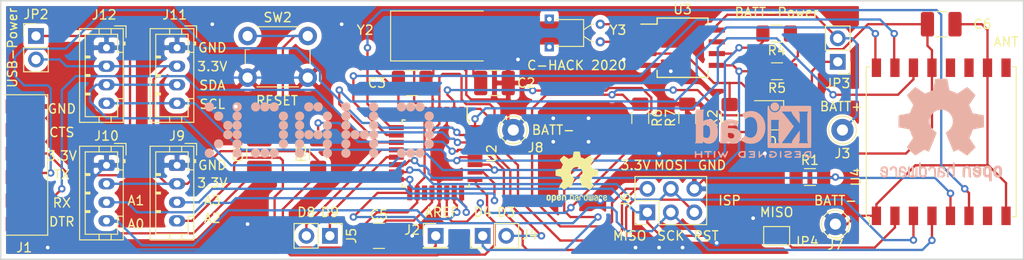
<source format=kicad_pcb>
(kicad_pcb (version 20171130) (host pcbnew 5.1.6+dfsg1-1)
  (layers (0 F.Cu signal) (31 B.Cu signal) (34 B.Paste user hide) (35 F.Paste user hide) (36 B.SilkS user hide) (37 F.SilkS user hide) (38 B.Mask user hide) (39 F.Mask user hide) (44 Edge.Cuts user))
  (net 0 "")
  (net 1 GND)
  (net 2 "Net-(C2-Pad1)")
  (net 3 "Net-(C3-Pad2)")
  (net 4 "Net-(C4-Pad2)")
  (net 5 DTR)
  (net 6 +3V3)
  (net 7 "Net-(J1-Pad5)")
  (net 8 "Net-(J1-Pad4)")
  (net 9 TX)
  (net 10 RX)
  (net 11 "Net-(J2-Pad1)")
  (net 12 +BATT)
  (net 13 "Net-(J4-Pad2)")
  (net 14 "Net-(J4-Pad1)")
  (net 15 "Net-(J5-Pad2)")
  (net 16 "Net-(J5-Pad1)")
  (net 17 MOSI)
  (net 18 SCK)
  (net 19 MISO)
  (net 20 A2)
  (net 21 A3)
  (net 22 A0)
  (net 23 A1)
  (net 24 SCL)
  (net 25 SDA)
  (net 26 "Net-(JP3-Pad1)")
  (net 27 "Net-(JP4-Pad2)")
  (net 28 "Net-(Q1-Pad1)")
  (net 29 "Net-(U2-Pad32)")
  (net 30 "Net-(U2-Pad19)")
  (net 31 SS)
  (net 32 "Net-(U2-Pad11)")
  (net 33 "Net-(U2-Pad10)")
  (net 34 "Net-(U2-Pad9)")
  (net 35 "Net-(U3-Pad7)")
  (net 36 "Net-(U3-Pad2)")
  (net 37 "Net-(U3-Pad1)")
  (net 38 "Net-(U4-Pad12)")
  (net 39 "Net-(U4-Pad11)")
  (net 40 "Net-(U4-Pad9)")
  (net 41 "Net-(U4-Pad7)")
  (net 42 "Net-(R6-Pad2)")
  (module KiCAD-Ralf:CHackLogo_25x6mm (layer B.Cu) (at 173.99 87.63 180)
    (fp_text reference REF** hide)
    (fp_text value CHackLogo hide)
  )
  (module Symbol:OSHW-Logo2_14.6x12mm_SilkScreen (layer B.Cu) (at 241.3 87.63 180)
    (fp_text reference REF** hide)
    (fp_text value OSHW-Logo2_14.6x12mm_SilkScreen hide)
  )
  (module Symbol:KiCad-Logo2_5mm_SilkScreen (layer B.Cu) (at 220.98 87.63 180)
    (fp_text reference REF** hide)
    (fp_text value KiCad-Logo2_5mm_SilkScreen hide)
  )
  (module Connector_Pin:Pin_D1.0mm_L10.0mm_LooseFit (layer F.Cu) (at 229.87 97.79)
    (fp_text reference J7 (at 0 2.25) (layer F.SilkS))
    (fp_text value Screw_Terminal_01x01)
    (pad 1 thru_hole circle (at 0 0) (size 2.4 2.4) (drill 1.2) (layers *.Cu *.Mask) (net 1 GND))
  )
  (module Resistor_SMD:R_1206_3216Metric_Pad1.42x1.75mm_HandSolder (layer F.Cu) (at 227.1125 92.71)
    (fp_text reference R1 (at 0 -1.82) (layer F.SilkS))
    (fp_text value 10k)
    (pad 2 smd roundrect (at 1.4875 0) (size 1.425 1.75) (layers F.Cu F.Paste F.Mask) (roundrect_rratio 0.175439) (net 31 SS))
    (pad 1 smd roundrect (at -1.4875 0) (size 1.425 1.75) (layers F.Cu F.Paste F.Mask) (roundrect_rratio 0.175439) (net 6 +3V3))
  )
  (module Symbol:OSHW-Logo2_7.3x6mm_SilkScreen (layer F.Cu) (at 201.93 92.71)
    (fp_text reference REF** hide)
    (fp_text value OSHW-Logo2_7.3x6mm_SilkScreen hide)
  )
  (module Resistor_SMD:R_1206_3216Metric_Pad1.42x1.75mm_HandSolder (layer F.Cu) (at 213.868 86.3235 90)
    (fp_text reference R7 (at 0 -1.82 90) (layer F.SilkS))
    (fp_text value 100k)
    (pad 2 smd roundrect (at 1.4875 0 90) (size 1.425 1.75) (layers F.Cu F.Paste F.Mask) (roundrect_rratio 0.175439) (net 1 GND))
    (pad 1 smd roundrect (at -1.4875 0 90) (size 1.425 1.75) (layers F.Cu F.Paste F.Mask) (roundrect_rratio 0.175439) (net 42 "Net-(R6-Pad2)"))
  )
  (module Resistor_SMD:R_1206_3216Metric_Pad1.42x1.75mm_HandSolder (layer F.Cu) (at 208.788 86.3235 270)
    (fp_text reference R6 (at 0 -1.82 90) (layer F.SilkS))
    (fp_text value 100k)
    (pad 2 smd roundrect (at 1.4875 0 270) (size 1.425 1.75) (layers F.Cu F.Paste F.Mask) (roundrect_rratio 0.175439) (net 42 "Net-(R6-Pad2)"))
    (pad 1 smd roundrect (at -1.4875 0 270) (size 1.425 1.75) (layers F.Cu F.Paste F.Mask) (roundrect_rratio 0.175439) (net 6 +3V3))
  )
  (module Capacitor_SMD:C_1210_3225Metric_Pad1.42x2.65mm_HandSolder (layer F.Cu) (at 184.15 82.55 180)
    (fp_text reference C3 (at 3.81 0) (layer F.SilkS))
    (fp_text value 22p)
    (pad 2 smd roundrect (at 1.4875 0 180) (size 1.425 2.65) (layers F.Cu F.Paste F.Mask) (roundrect_rratio 0.175439) (net 3 "Net-(C3-Pad2)"))
    (pad 1 smd roundrect (at -1.4875 0 180) (size 1.425 2.65) (layers F.Cu F.Paste F.Mask) (roundrect_rratio 0.175439) (net 1 GND))
  )
  (module Crystal:Crystal_DS26_D2.0mm_L6.0mm_Horizontal_1EP_style2 (layer F.Cu) (at 204.47 76.2 270)
    (fp_text reference Y3 (at 0.635 -1.905) (layer F.SilkS))
    (fp_text value 32kHz)
    (pad 3 thru_hole rect (at 2.45 5.5 270) (size 1 1) (drill 0.5) (layers *.Cu *.Mask))
    (pad 3 thru_hole rect (at -0.55 5.5 270) (size 1 1) (drill 0.5) (layers *.Cu *.Mask))
    (pad 3 smd rect (at 0.95 5.5 270) (size 2.5 6) (layers F.Cu F.Paste F.Mask))
    (pad 2 thru_hole circle (at 1.9 0 270) (size 1 1) (drill 0.5) (layers *.Cu *.Mask) (net 36 "Net-(U3-Pad2)"))
    (pad 1 thru_hole circle (at 0 0 270) (size 1 1) (drill 0.5) (layers *.Cu *.Mask) (net 37 "Net-(U3-Pad1)"))
  )
  (module Crystal:Crystal_SMD_7050-2Pin_7.0x5.0mm_HandSoldering (layer F.Cu) (at 188.12 77.47)
    (fp_text reference Y2 (at -9.05 -0.635) (layer F.SilkS))
    (fp_text value 16MHz)
    (pad 2 smd rect (at 3.65 0) (size 4.9 3) (layers F.Cu F.Paste F.Mask) (net 2 "Net-(C2-Pad1)"))
    (pad 1 smd rect (at -3.65 0) (size 4.9 3) (layers F.Cu F.Paste F.Mask) (net 3 "Net-(C3-Pad2)"))
  )
  (module RF_Module:HOPERF_RFM9XW_SMD (layer F.Cu) (at 241.3 88.9 90)
    (fp_text reference U4 (at -3.81 -9.2 90) (layer F.SilkS))
    (fp_text value RFM95W-868S2)
    (pad 16 smd rect (at 8 -7 90) (size 2 1) (layers F.Cu F.Paste F.Mask) (net 32 "Net-(U2-Pad11)"))
    (pad 15 smd rect (at 8 -5 90) (size 2 1) (layers F.Cu F.Paste F.Mask) (net 33 "Net-(U2-Pad10)"))
    (pad 14 smd rect (at 8 -3 90) (size 2 1) (layers F.Cu F.Paste F.Mask) (net 29 "Net-(U2-Pad32)"))
    (pad 13 smd rect (at 8 -1 90) (size 2 1) (layers F.Cu F.Paste F.Mask) (net 6 +3V3))
    (pad 12 smd rect (at 8 1 90) (size 2 1) (layers F.Cu F.Paste F.Mask) (net 38 "Net-(U4-Pad12)"))
    (pad 11 smd rect (at 8 3 90) (size 2 1) (layers F.Cu F.Paste F.Mask) (net 39 "Net-(U4-Pad11)"))
    (pad 10 smd rect (at 8 5 90) (size 2 1) (layers F.Cu F.Paste F.Mask) (net 1 GND))
    (pad 9 smd rect (at 8 7 90) (size 2 1) (layers F.Cu F.Paste F.Mask) (net 40 "Net-(U4-Pad9)"))
    (pad 8 smd rect (at -8 7 90) (size 2 1) (layers F.Cu F.Paste F.Mask) (net 1 GND))
    (pad 7 smd rect (at -8 5 90) (size 2 1) (layers F.Cu F.Paste F.Mask) (net 41 "Net-(U4-Pad7)"))
    (pad 6 smd rect (at -8 3 90) (size 2 1) (layers F.Cu F.Paste F.Mask) (net 34 "Net-(U2-Pad9)"))
    (pad 5 smd rect (at -8 1 90) (size 2 1) (layers F.Cu F.Paste F.Mask) (net 31 SS))
    (pad 4 smd rect (at -8 -1 90) (size 2 1) (layers F.Cu F.Paste F.Mask) (net 18 SCK))
    (pad 3 smd rect (at -8 -3 90) (size 2 1) (layers F.Cu F.Paste F.Mask) (net 17 MOSI))
    (pad 2 smd rect (at -8 -5 90) (size 2 1) (layers F.Cu F.Paste F.Mask) (net 27 "Net-(JP4-Pad2)"))
    (pad 1 smd rect (at -8 -7 90) (size 2 1) (layers F.Cu F.Paste F.Mask) (net 1 GND))
  )
  (module Package_SO:SO-8_5.3x6.2mm_P1.27mm (layer F.Cu) (at 213.36 78.74)
    (fp_text reference U3 (at 0 -4.13) (layer F.SilkS))
    (fp_text value DS1337)
    (pad 8 smd rect (at 3.7 -1.905) (size 1.75 0.55) (layers F.Cu F.Paste F.Mask) (net 12 +BATT))
    (pad 7 smd rect (at 3.7 -0.635) (size 1.75 0.55) (layers F.Cu F.Paste F.Mask) (net 35 "Net-(U3-Pad7)"))
    (pad 6 smd rect (at 3.7 0.635) (size 1.75 0.55) (layers F.Cu F.Paste F.Mask) (net 24 SCL))
    (pad 5 smd rect (at 3.7 1.905) (size 1.75 0.55) (layers F.Cu F.Paste F.Mask) (net 25 SDA))
    (pad 4 smd rect (at -3.7 1.905) (size 1.75 0.55) (layers F.Cu F.Paste F.Mask) (net 1 GND))
    (pad 3 smd rect (at -3.7 0.635) (size 1.75 0.55) (layers F.Cu F.Paste F.Mask) (net 28 "Net-(Q1-Pad1)"))
    (pad 2 smd rect (at -3.7 -0.635) (size 1.75 0.55) (layers F.Cu F.Paste F.Mask) (net 36 "Net-(U3-Pad2)"))
    (pad 1 smd rect (at -3.7 -1.905) (size 1.75 0.55) (layers F.Cu F.Paste F.Mask) (net 37 "Net-(U3-Pad1)"))
  )
  (module Package_QFP:TQFP-32_7x7mm_P0.8mm (layer F.Cu) (at 186.69 90.17 270)
    (fp_text reference U2 (at 0 -6.05 90) (layer F.SilkS))
    (fp_text value ATmega328-AU)
    (pad 32 smd rect (at -2.8 -4.25) (size 1.6 0.55) (layers F.Cu F.Paste F.Mask) (net 29 "Net-(U2-Pad32)"))
    (pad 31 smd rect (at -2 -4.25) (size 1.6 0.55) (layers F.Cu F.Paste F.Mask) (net 9 TX))
    (pad 30 smd rect (at -1.2 -4.25) (size 1.6 0.55) (layers F.Cu F.Paste F.Mask) (net 10 RX))
    (pad 29 smd rect (at -0.4 -4.25) (size 1.6 0.55) (layers F.Cu F.Paste F.Mask) (net 4 "Net-(C4-Pad2)"))
    (pad 28 smd rect (at 0.4 -4.25) (size 1.6 0.55) (layers F.Cu F.Paste F.Mask) (net 24 SCL))
    (pad 27 smd rect (at 1.2 -4.25) (size 1.6 0.55) (layers F.Cu F.Paste F.Mask) (net 25 SDA))
    (pad 26 smd rect (at 2 -4.25) (size 1.6 0.55) (layers F.Cu F.Paste F.Mask) (net 21 A3))
    (pad 25 smd rect (at 2.8 -4.25) (size 1.6 0.55) (layers F.Cu F.Paste F.Mask) (net 20 A2))
    (pad 24 smd rect (at 4.25 -2.8 270) (size 1.6 0.55) (layers F.Cu F.Paste F.Mask) (net 23 A1))
    (pad 23 smd rect (at 4.25 -2 270) (size 1.6 0.55) (layers F.Cu F.Paste F.Mask) (net 22 A0))
    (pad 22 smd rect (at 4.25 -1.2 270) (size 1.6 0.55) (layers F.Cu F.Paste F.Mask) (net 42 "Net-(R6-Pad2)"))
    (pad 21 smd rect (at 4.25 -0.4 270) (size 1.6 0.55) (layers F.Cu F.Paste F.Mask) (net 1 GND))
    (pad 20 smd rect (at 4.25 0.4 270) (size 1.6 0.55) (layers F.Cu F.Paste F.Mask) (net 11 "Net-(J2-Pad1)"))
    (pad 19 smd rect (at 4.25 1.2 270) (size 1.6 0.55) (layers F.Cu F.Paste F.Mask) (net 30 "Net-(U2-Pad19)"))
    (pad 18 smd rect (at 4.25 2 270) (size 1.6 0.55) (layers F.Cu F.Paste F.Mask) (net 6 +3V3))
    (pad 17 smd rect (at 4.25 2.8 270) (size 1.6 0.55) (layers F.Cu F.Paste F.Mask) (net 18 SCK))
    (pad 16 smd rect (at 2.8 4.25) (size 1.6 0.55) (layers F.Cu F.Paste F.Mask) (net 19 MISO))
    (pad 15 smd rect (at 2 4.25) (size 1.6 0.55) (layers F.Cu F.Paste F.Mask) (net 17 MOSI))
    (pad 14 smd rect (at 1.2 4.25) (size 1.6 0.55) (layers F.Cu F.Paste F.Mask) (net 31 SS))
    (pad 13 smd rect (at 0.4 4.25) (size 1.6 0.55) (layers F.Cu F.Paste F.Mask) (net 16 "Net-(J5-Pad1)"))
    (pad 12 smd rect (at -0.4 4.25) (size 1.6 0.55) (layers F.Cu F.Paste F.Mask) (net 15 "Net-(J5-Pad2)"))
    (pad 11 smd rect (at -1.2 4.25) (size 1.6 0.55) (layers F.Cu F.Paste F.Mask) (net 32 "Net-(U2-Pad11)"))
    (pad 10 smd rect (at -2 4.25) (size 1.6 0.55) (layers F.Cu F.Paste F.Mask) (net 33 "Net-(U2-Pad10)"))
    (pad 9 smd rect (at -2.8 4.25) (size 1.6 0.55) (layers F.Cu F.Paste F.Mask) (net 34 "Net-(U2-Pad9)"))
    (pad 8 smd rect (at -4.25 2.8 270) (size 1.6 0.55) (layers F.Cu F.Paste F.Mask) (net 3 "Net-(C3-Pad2)"))
    (pad 7 smd rect (at -4.25 2 270) (size 1.6 0.55) (layers F.Cu F.Paste F.Mask) (net 2 "Net-(C2-Pad1)"))
    (pad 6 smd rect (at -4.25 1.2 270) (size 1.6 0.55) (layers F.Cu F.Paste F.Mask) (net 6 +3V3))
    (pad 5 smd rect (at -4.25 0.4 270) (size 1.6 0.55) (layers F.Cu F.Paste F.Mask) (net 1 GND))
    (pad 4 smd rect (at -4.25 -0.4 270) (size 1.6 0.55) (layers F.Cu F.Paste F.Mask) (net 6 +3V3))
    (pad 3 smd rect (at -4.25 -1.2 270) (size 1.6 0.55) (layers F.Cu F.Paste F.Mask) (net 1 GND))
    (pad 2 smd rect (at -4.25 -2 270) (size 1.6 0.55) (layers F.Cu F.Paste F.Mask) (net 14 "Net-(J4-Pad1)"))
    (pad 1 smd rect (at -4.25 -2.8 270) (size 1.6 0.55) (layers F.Cu F.Paste F.Mask) (net 13 "Net-(J4-Pad2)"))
  )
  (module Button_Switch_THT:SW_PUSH_6mm_H5mm (layer F.Cu) (at 166.37 77.47)
    (fp_text reference SW2 (at 3.25 -2) (layer F.SilkS))
    (fp_text value SW_Push_Dual)
    (pad 1 thru_hole circle (at 6.5 0 90) (size 2 2) (drill 1.1) (layers *.Cu *.Mask) (net 4 "Net-(C4-Pad2)"))
    (pad 2 thru_hole circle (at 6.5 4.5 90) (size 2 2) (drill 1.1) (layers *.Cu *.Mask) (net 1 GND))
    (pad 1 thru_hole circle (at 0 0 90) (size 2 2) (drill 1.1) (layers *.Cu *.Mask) (net 4 "Net-(C4-Pad2)"))
    (pad 2 thru_hole circle (at 0 4.5 90) (size 2 2) (drill 1.1) (layers *.Cu *.Mask) (net 1 GND))
  )
  (module Resistor_SMD:R_1206_3216Metric_Pad1.42x1.75mm_HandSolder (layer F.Cu) (at 223.5565 81.28 180)
    (fp_text reference R5 (at 0 -1.82) (layer F.SilkS))
    (fp_text value 10k)
    (pad 2 smd roundrect (at 1.4875 0 180) (size 1.425 1.75) (layers F.Cu F.Paste F.Mask) (roundrect_rratio 0.175439) (net 25 SDA))
    (pad 1 smd roundrect (at -1.4875 0 180) (size 1.425 1.75) (layers F.Cu F.Paste F.Mask) (roundrect_rratio 0.175439) (net 6 +3V3))
  )
  (module Resistor_SMD:R_1206_3216Metric_Pad1.42x1.75mm_HandSolder (layer F.Cu) (at 223.52 77.216 180)
    (fp_text reference R4 (at 0 -1.82) (layer F.SilkS))
    (fp_text value 10k)
    (pad 2 smd roundrect (at 1.4875 0 180) (size 1.425 1.75) (layers F.Cu F.Paste F.Mask) (roundrect_rratio 0.175439) (net 24 SCL))
    (pad 1 smd roundrect (at -1.4875 0 180) (size 1.425 1.75) (layers F.Cu F.Paste F.Mask) (roundrect_rratio 0.175439) (net 6 +3V3))
  )
  (module Resistor_SMD:R_1206_3216Metric_Pad1.42x1.75mm_HandSolder (layer F.Cu) (at 173.99 90.17 90)
    (fp_text reference R3 (at 0 -1.82 90) (layer F.SilkS))
    (fp_text value 10k)
    (pad 2 smd roundrect (at 1.4875 0 90) (size 1.425 1.75) (layers F.Cu F.Paste F.Mask) (roundrect_rratio 0.175439) (net 4 "Net-(C4-Pad2)"))
    (pad 1 smd roundrect (at -1.4875 0 90) (size 1.425 1.75) (layers F.Cu F.Paste F.Mask) (roundrect_rratio 0.175439) (net 6 +3V3))
  )
  (module Resistor_SMD:R_1206_3216Metric_Pad1.42x1.75mm_HandSolder (layer F.Cu) (at 218.44 86.36 90)
    (fp_text reference R2 (at 0 -1.82 90) (layer F.SilkS))
    (fp_text value 22k)
    (pad 2 smd roundrect (at 1.4875 0 90) (size 1.425 1.75) (layers F.Cu F.Paste F.Mask) (roundrect_rratio 0.175439) (net 28 "Net-(Q1-Pad1)"))
    (pad 1 smd roundrect (at -1.4875 0 90) (size 1.425 1.75) (layers F.Cu F.Paste F.Mask) (roundrect_rratio 0.175439) (net 26 "Net-(JP3-Pad1)"))
  )
  (module Package_TO_SOT_SMD:SOT-23_Handsoldering (layer F.Cu) (at 223.52 86.04)
    (fp_text reference Q1 (at 0 2.86) (layer F.SilkS))
    (fp_text value Q_PMOS_GSD)
    (pad 3 smd rect (at 1.5 0) (size 1.9 0.8) (layers F.Cu F.Paste F.Mask) (net 6 +3V3))
    (pad 2 smd rect (at -1.5 0.95) (size 1.9 0.8) (layers F.Cu F.Paste F.Mask) (net 26 "Net-(JP3-Pad1)"))
    (pad 1 smd rect (at -1.5 -0.95) (size 1.9 0.8) (layers F.Cu F.Paste F.Mask) (net 28 "Net-(Q1-Pad1)"))
  )
  (module Jumper:SolderJumper-2_P1.3mm_Open_Pad1.0x1.5mm (layer F.Cu) (at 223.52 99.06)
    (fp_text reference JP4 (at 3.175 0.635) (layer F.SilkS))
    (fp_text value SolderJumper_2_Open)
    (pad 1 smd rect (at -0.65 0) (size 1 1.5) (layers F.Cu F.Mask) (net 19 MISO))
    (pad 2 smd rect (at 0.65 0) (size 1 1.5) (layers F.Cu F.Mask) (net 27 "Net-(JP4-Pad2)"))
  )
  (module Connector_PinHeader_2.54mm:PinHeader_1x02_P2.54mm_Vertical (layer F.Cu) (at 230.124 80.264 180)
    (fp_text reference JP3 (at 0 -2.33) (layer F.SilkS))
    (fp_text value Jumper)
    (pad 2 thru_hole oval (at 0 2.54 180) (size 1.7 1.7) (drill 1) (layers *.Cu *.Mask) (net 12 +BATT))
    (pad 1 thru_hole rect (at 0 0 180) (size 1.7 1.7) (drill 1) (layers *.Cu *.Mask) (net 26 "Net-(JP3-Pad1)"))
  )
  (module Connector_PinHeader_2.54mm:PinHeader_1x02_P2.54mm_Vertical (layer F.Cu) (at 143.51 77.47)
    (fp_text reference JP2 (at 0 -2.33) (layer F.SilkS))
    (fp_text value Jumper)
    (pad 2 thru_hole oval (at 0 2.54) (size 1.7 1.7) (drill 1) (layers *.Cu *.Mask) (net 6 +3V3))
    (pad 1 thru_hole rect (at 0 0) (size 1.7 1.7) (drill 1) (layers *.Cu *.Mask) (net 8 "Net-(J1-Pad4)"))
  )
  (module Connector_JST:JST_PH_B4B-PH-K_1x04_P2.00mm_Vertical (layer F.Cu) (at 151.13 78.74 270)
    (fp_text reference J12 (at -3.556 0.254 180) (layer F.SilkS))
    (fp_text value Conn_01x04_Male)
    (pad 4 thru_hole oval (at 6 0 270) (size 1.2 1.75) (drill 0.75) (layers *.Cu *.Mask) (net 24 SCL))
    (pad 3 thru_hole oval (at 4 0 270) (size 1.2 1.75) (drill 0.75) (layers *.Cu *.Mask) (net 25 SDA))
    (pad 2 thru_hole oval (at 2 0 270) (size 1.2 1.75) (drill 0.75) (layers *.Cu *.Mask) (net 6 +3V3))
    (pad 1 thru_hole roundrect (at 0 0 270) (size 1.2 1.75) (drill 0.75) (layers *.Cu *.Mask) (roundrect_rratio 0.208333) (net 1 GND))
  )
  (module Connector_JST:JST_PH_B4B-PH-K_1x04_P2.00mm_Vertical (layer F.Cu) (at 158.75 78.74 270)
    (fp_text reference J11 (at -3.556 0.254 180) (layer F.SilkS))
    (fp_text value Conn_01x04_Male)
    (pad 4 thru_hole oval (at 6 0 270) (size 1.2 1.75) (drill 0.75) (layers *.Cu *.Mask) (net 24 SCL))
    (pad 3 thru_hole oval (at 4 0 270) (size 1.2 1.75) (drill 0.75) (layers *.Cu *.Mask) (net 25 SDA))
    (pad 2 thru_hole oval (at 2 0 270) (size 1.2 1.75) (drill 0.75) (layers *.Cu *.Mask) (net 6 +3V3))
    (pad 1 thru_hole roundrect (at 0 0 270) (size 1.2 1.75) (drill 0.75) (layers *.Cu *.Mask) (roundrect_rratio 0.208333) (net 1 GND))
  )
  (module Connector_JST:JST_PH_B4B-PH-K_1x04_P2.00mm_Vertical (layer F.Cu) (at 151.13 91.44 270)
    (fp_text reference J10 (at -3.175 0 180) (layer F.SilkS))
    (fp_text value Conn_01x04_Male)
    (pad 4 thru_hole oval (at 6 0 270) (size 1.2 1.75) (drill 0.75) (layers *.Cu *.Mask) (net 22 A0))
    (pad 3 thru_hole oval (at 4 0 270) (size 1.2 1.75) (drill 0.75) (layers *.Cu *.Mask) (net 23 A1))
    (pad 2 thru_hole oval (at 2 0 270) (size 1.2 1.75) (drill 0.75) (layers *.Cu *.Mask) (net 6 +3V3))
    (pad 1 thru_hole roundrect (at 0 0 270) (size 1.2 1.75) (drill 0.75) (layers *.Cu *.Mask) (roundrect_rratio 0.208333) (net 1 GND))
  )
  (module Connector_JST:JST_PH_B4B-PH-K_1x04_P2.00mm_Vertical (layer F.Cu) (at 158.75 91.44 270)
    (fp_text reference J9 (at -3.175 0 180) (layer F.SilkS))
    (fp_text value Conn_01x04_Male)
    (pad 4 thru_hole oval (at 6 0 270) (size 1.2 1.75) (drill 0.75) (layers *.Cu *.Mask) (net 20 A2))
    (pad 3 thru_hole oval (at 4 0 270) (size 1.2 1.75) (drill 0.75) (layers *.Cu *.Mask) (net 21 A3))
    (pad 2 thru_hole oval (at 2 0 270) (size 1.2 1.75) (drill 0.75) (layers *.Cu *.Mask) (net 6 +3V3))
    (pad 1 thru_hole roundrect (at 0 0 270) (size 1.2 1.75) (drill 0.75) (layers *.Cu *.Mask) (roundrect_rratio 0.208333) (net 1 GND))
  )
  (module Connector_Pin:Pin_D1.0mm_L10.0mm_LooseFit (layer F.Cu) (at 195.072 87.63)
    (fp_text reference J8 (at 2.413 1.905) (layer F.SilkS))
    (fp_text value Screw_Terminal_01x01)
    (pad 1 thru_hole circle (at 0 0) (size 2.4 2.4) (drill 1.2) (layers *.Cu *.Mask) (net 1 GND))
  )
  (module Connector_PinHeader_2.54mm:PinHeader_2x03_P2.54mm_Vertical (layer F.Cu) (at 209.55 96.52 90)
    (fp_text reference J6 (at 1.27 -2.33 90) (layer F.SilkS))
    (fp_text value AVR-ISP-6)
    (pad 6 thru_hole oval (at 2.54 5.08 90) (size 1.7 1.7) (drill 1) (layers *.Cu *.Mask) (net 1 GND))
    (pad 5 thru_hole oval (at 0 5.08 90) (size 1.7 1.7) (drill 1) (layers *.Cu *.Mask) (net 4 "Net-(C4-Pad2)"))
    (pad 4 thru_hole oval (at 2.54 2.54 90) (size 1.7 1.7) (drill 1) (layers *.Cu *.Mask) (net 17 MOSI))
    (pad 3 thru_hole oval (at 0 2.54 90) (size 1.7 1.7) (drill 1) (layers *.Cu *.Mask) (net 18 SCK))
    (pad 2 thru_hole oval (at 2.54 0 90) (size 1.7 1.7) (drill 1) (layers *.Cu *.Mask) (net 6 +3V3))
    (pad 1 thru_hole rect (at 0 0 90) (size 1.7 1.7) (drill 1) (layers *.Cu *.Mask) (net 19 MISO))
  )
  (module Connector_PinHeader_2.54mm:PinHeader_1x02_P2.54mm_Vertical (layer F.Cu) (at 175.26 99.06 270)
    (fp_text reference J5 (at 0 -2.33 90) (layer F.SilkS))
    (fp_text value Conn_01x02_Male)
    (pad 2 thru_hole oval (at 0 2.54 270) (size 1.7 1.7) (drill 1) (layers *.Cu *.Mask) (net 15 "Net-(J5-Pad2)"))
    (pad 1 thru_hole rect (at 0 0 270) (size 1.7 1.7) (drill 1) (layers *.Cu *.Mask) (net 16 "Net-(J5-Pad1)"))
  )
  (module Connector_PinHeader_2.54mm:PinHeader_1x02_P2.54mm_Vertical (layer F.Cu) (at 191.77 99.06 90)
    (fp_text reference J4 (at 0.127 5.08 180) (layer F.SilkS))
    (fp_text value Conn_01x02_Male)
    (pad 2 thru_hole oval (at 0 2.54 90) (size 1.7 1.7) (drill 1) (layers *.Cu *.Mask) (net 13 "Net-(J4-Pad2)"))
    (pad 1 thru_hole rect (at 0 0 90) (size 1.7 1.7) (drill 1) (layers *.Cu *.Mask) (net 14 "Net-(J4-Pad1)"))
  )
  (module Connector_Pin:Pin_D1.0mm_L10.0mm_LooseFit (layer F.Cu) (at 230.632 87.63)
    (fp_text reference J3 (at 0 2.54) (layer F.SilkS))
    (fp_text value Screw_Terminal_01x01)
    (pad 1 thru_hole circle (at 0 0) (size 2.4 2.4) (drill 1.2) (layers *.Cu *.Mask) (net 12 +BATT))
  )
  (module Connector_PinHeader_2.54mm:PinHeader_1x01_P2.54mm_Vertical (layer F.Cu) (at 186.69 99.06)
    (fp_text reference J2 (at -2.54 -0.635) (layer F.SilkS))
    (fp_text value Conn_01x01_Male)
    (pad 1 thru_hole rect (at 0 0) (size 1.7 1.7) (drill 1) (layers *.Cu *.Mask) (net 11 "Net-(J2-Pad1)"))
  )
  (module KiCAD-Ralf:TestPoint_Pad_6x1.5x4.0mm (layer F.Cu) (at 141.478 97.79 90)
    (fp_text reference J1 (at -2.54 0.762 180) (layer F.SilkS))
    (fp_text value Conn_01x06_Male)
    (pad 6 smd rect (at 12.7 0.762 90) (size 1.5 4) (layers F.Cu F.Mask) (net 1 GND))
    (pad 5 smd rect (at 10.16 0.762 90) (size 1.5 4) (layers F.Cu F.Mask) (net 7 "Net-(J1-Pad5)"))
    (pad 4 smd rect (at 7.62 0.762 90) (size 1.5 4) (layers F.Cu F.Mask) (net 8 "Net-(J1-Pad4)"))
    (pad 3 smd rect (at 5.08 0.762 90) (size 1.5 4) (layers F.Cu F.Mask) (net 9 TX))
    (pad 2 smd rect (at 2.54 0.762 90) (size 1.5 4) (layers F.Cu F.Mask) (net 10 RX))
    (pad 1 smd rect (at 0 0.762 90) (size 1.5 4) (layers F.Cu F.Mask) (net 5 DTR))
  )
  (module Capacitor_SMD:C_1210_3225Metric_Pad1.42x2.65mm_HandSolder (layer F.Cu) (at 241.3 76.2)
    (fp_text reference C6 (at 4.445 0) (layer F.SilkS))
    (fp_text value 100n)
    (pad 2 smd roundrect (at 1.4875 0) (size 1.425 2.65) (layers F.Cu F.Paste F.Mask) (roundrect_rratio 0.175439) (net 1 GND))
    (pad 1 smd roundrect (at -1.4875 0) (size 1.425 2.65) (layers F.Cu F.Paste F.Mask) (roundrect_rratio 0.175439) (net 6 +3V3))
  )
  (module Capacitor_SMD:C_1210_3225Metric_Pad1.42x2.65mm_HandSolder (layer F.Cu) (at 180.5575 99.06)
    (fp_text reference C5 (at 0 -2.28) (layer F.SilkS))
    (fp_text value 100n)
    (pad 2 smd roundrect (at 1.4875 0) (size 1.425 2.65) (layers F.Cu F.Paste F.Mask) (roundrect_rratio 0.175439) (net 1 GND))
    (pad 1 smd roundrect (at -1.4875 0) (size 1.425 2.65) (layers F.Cu F.Paste F.Mask) (roundrect_rratio 0.175439) (net 6 +3V3))
  )
  (module Capacitor_SMD:C_1210_3225Metric_Pad1.42x2.65mm_HandSolder (layer F.Cu) (at 167.64 90.17 90)
    (fp_text reference C4 (at 0 -2.28 90) (layer F.SilkS))
    (fp_text value 100n)
    (pad 2 smd roundrect (at 1.4875 0 90) (size 1.425 2.65) (layers F.Cu F.Paste F.Mask) (roundrect_rratio 0.175439) (net 4 "Net-(C4-Pad2)"))
    (pad 1 smd roundrect (at -1.4875 0 90) (size 1.425 2.65) (layers F.Cu F.Paste F.Mask) (roundrect_rratio 0.175439) (net 5 DTR))
  )
  (module Capacitor_SMD:C_1210_3225Metric_Pad1.42x2.65mm_HandSolder (layer F.Cu) (at 193.04 82.55)
    (fp_text reference C2 (at 3.429 0) (layer F.SilkS))
    (fp_text value 22p)
    (pad 2 smd roundrect (at 1.4875 0) (size 1.425 2.65) (layers F.Cu F.Paste F.Mask) (roundrect_rratio 0.175439) (net 1 GND))
    (pad 1 smd roundrect (at -1.4875 0) (size 1.425 2.65) (layers F.Cu F.Paste F.Mask) (roundrect_rratio 0.175439) (net 2 "Net-(C2-Pad1)"))
  )
  (gr_text "C-HACK 2020" (at 201.93 80.645) (layer F.SilkS) (effects (font (size 1 1))))
  (gr_text ISP (at 218.44 95.25) (layer F.SilkS) (effects (font (size 1 1))))
  (gr_text D4 (at 191.77 96.52) (layer F.SilkS) (effects (font (size 1 1))))
  (gr_text D3 (at 194.31 96.52) (layer F.SilkS) (effects (font (size 1 1))))
  (gr_text D9 (at 175.26 96.52) (layer F.SilkS) (effects (font (size 1 1))))
  (gr_text D8 (at 172.72 96.52) (layer F.SilkS) (effects (font (size 1 1))))
  (gr_text BATT-Power (at 223.52 74.93) (layer F.SilkS) (effects (font (size 1 1))))
  (gr_text AREF (at 187.325 96.52) (layer F.SilkS) (effects (font (size 1 1))))
  (gr_text RESET (at 169.545 84.455) (layer F.SilkS) (effects (font (size 1 1))))
  (gr_text USB-Power (at 140.97 78.74 90) (layer F.SilkS) (effects (font (size 1 1))))
  (gr_text ANT (at 248.285 78.105) (layer F.SilkS) (effects (font (size 1 1))))
  (gr_text MISO (at 223.52 96.52) (layer F.SilkS) (effects (font (size 1 1))))
  (gr_text GND (at 216.535 91.44) (layer F.SilkS) (effects (font (size 1 1))))
  (gr_text MOSI (at 212.09 91.44) (layer F.SilkS) (effects (font (size 1 1))))
  (gr_text 3.3V (at 208.28 91.44) (layer F.SilkS) (effects (font (size 1 1))))
  (gr_text RST (at 215.9 99.06) (layer F.SilkS) (effects (font (size 1 1))))
  (gr_text SCK (at 212.09 99.06) (layer F.SilkS) (effects (font (size 1 1))))
  (gr_text MISO (at 207.645 99.06) (layer F.SilkS) (effects (font (size 1 1))))
  (gr_text BATT- (at 229.87 95.25) (layer F.SilkS) (effects (font (size 1 1))))
  (gr_text BATT+ (at 230.505 85.09) (layer F.SilkS) (effects (font (size 1 1))))
  (gr_text BATT- (at 199.39 87.63) (layer F.SilkS) (effects (font (size 1 1))))
  (gr_text A1 (at 154.305 95.25) (layer F.SilkS) (effects (font (size 1 1))))
  (gr_text A0 (at 154.305 97.79) (layer F.SilkS) (effects (font (size 1 1))))
  (gr_text A2 (at 162.56 97.155) (layer F.SilkS) (effects (font (size 1 1))))
  (gr_text A3 (at 162.56 95.25) (layer F.SilkS) (effects (font (size 1 1))))
  (gr_text 3.3V (at 162.56 93.345) (layer F.SilkS) (effects (font (size 1 1))))
  (gr_text GND (at 162.56 91.44) (layer F.SilkS) (effects (font (size 1 1))))
  (gr_text SCL (at 162.56 84.836) (layer F.SilkS) (effects (font (size 1 1))))
  (gr_text SDA (at 162.56 82.804) (layer F.SilkS) (effects (font (size 1 1))))
  (gr_text 3.3V (at 162.56 80.772) (layer F.SilkS) (effects (font (size 1 1))))
  (gr_text GND (at 162.56 78.74) (layer F.SilkS) (effects (font (size 1 1))))
  (gr_text CTS (at 146.304 87.884) (layer F.SilkS) (effects (font (size 1 1))))
  (gr_text DTR (at 146.304 97.536) (layer F.SilkS) (effects (font (size 1 1))))
  (gr_text RX (at 146.304 95.504) (layer F.SilkS) (effects (font (size 1 1))))
  (gr_text TX (at 146.304 92.456) (layer F.SilkS) (effects (font (size 1 1))))
  (gr_text 3.3V (at 146.304 90.424) (layer F.SilkS) (effects (font (size 1 1))))
  (gr_text GND (at 146.304 85.344) (layer F.SilkS) (effects (font (size 1 1))))
  (gr_line (start 139.7 73.66) (end 139.7 101.6) (layer Edge.Cuts) (width 0.15))
  (gr_line (start 250.19 73.66) (end 250.19 101.6) (layer Edge.Cuts) (width 0.15))
  (gr_line (start 250.19 101.6) (end 139.7 101.6) (layer Edge.Cuts) (width 0.15))
  (gr_line (start 139.7 73.66) (end 250.19 73.66) (layer Edge.Cuts) (width 0.15))
  (via (at 210.82 100.33) (size 0.8) (drill 0.4) (layers F.Cu B.Cu) (net 1))
  (via (at 213.36 100.33) (size 0.8) (drill 0.4) (layers F.Cu B.Cu) (net 1))
  (via (at 208.28 100.33) (size 0.8) (drill 0.4) (layers F.Cu B.Cu) (net 1))
  (segment (start 151.13 78.74) (end 158.75 78.74) (width 0.25) (layer B.Cu) (net 1))
  (segment (start 158.75 78.74) (end 161.29 78.74) (width 0.25) (layer B.Cu) (net 1))
  (segment (start 164.52 81.97) (end 166.37 81.97) (width 0.25) (layer B.Cu) (net 1))
  (segment (start 161.29 78.74) (end 164.52 81.97) (width 0.25) (layer B.Cu) (net 1))
  (segment (start 166.37 81.97) (end 172.87 81.97) (width 0.25) (layer B.Cu) (net 1))
  (segment (start 151.13 91.44) (end 158.75 91.44) (width 0.25) (layer B.Cu) (net 1))
  (segment (start 246.3 76.814998) (end 246.3 79.65) (width 0.25) (layer F.Cu) (net 1))
  (segment (start 245.685002 76.2) (end 246.3 76.814998) (width 0.25) (layer F.Cu) (net 1))
  (segment (start 246.3 79.65) (end 246.3 80.9) (width 0.25) (layer F.Cu) (net 1))
  (segment (start 242.7875 76.2) (end 245.685002 76.2) (width 0.25) (layer F.Cu) (net 1))
  (segment (start 142.24 85.09) (end 146.05 85.09) (width 0.25) (layer F.Cu) (net 1))
  (segment (start 146.05 85.09) (end 146.05 83.82) (width 0.25) (layer F.Cu) (net 1))
  (segment (start 182.7575 99.06) (end 182.045 99.06) (width 0.25) (layer F.Cu) (net 1))
  (segment (start 186.35 85.86) (end 186.29 85.92) (width 0.25) (layer F.Cu) (net 1))
  (segment (start 185.6375 82.55) (end 186.35 83.2625) (width 0.25) (layer F.Cu) (net 1))
  (segment (start 209.66 81.17) (end 209.66 80.645) (width 0.25) (layer F.Cu) (net 1))
  (segment (start 208.28 82.55) (end 209.66 81.17) (width 0.25) (layer F.Cu) (net 1))
  (segment (start 187.09 93.559998) (end 187.09 94.42) (width 0.25) (layer F.Cu) (net 1))
  (segment (start 172.87 81.97) (end 179.91 74.93) (width 0.25) (layer F.Cu) (net 1))
  (segment (start 194.545001 75.709999) (end 194.545001 79.774999) (width 0.25) (layer F.Cu) (net 1))
  (segment (start 179.91 74.93) (end 193.765002 74.93) (width 0.25) (layer F.Cu) (net 1))
  (segment (start 193.765002 74.93) (end 194.545001 75.709999) (width 0.25) (layer F.Cu) (net 1))
  (segment (start 208.28 82.55) (end 209.21 82.55) (width 0.25) (layer F.Cu) (net 1))
  (segment (start 215.479999 93.130001) (end 214.63 93.98) (width 0.25) (layer F.Cu) (net 1))
  (segment (start 215.83001 92.77999) (end 215.479999 93.130001) (width 0.25) (layer F.Cu) (net 1))
  (segment (start 215.49318 86.80999) (end 215.83001 87.14682) (width 0.25) (layer F.Cu) (net 1))
  (segment (start 246.3 80.9) (end 246.3 91.36) (width 0.25) (layer F.Cu) (net 1))
  (segment (start 248.3 93.36) (end 248.3 96.9) (width 0.25) (layer F.Cu) (net 1))
  (segment (start 246.3 91.36) (end 248.3 93.36) (width 0.25) (layer F.Cu) (net 1))
  (segment (start 234.3 95.65) (end 238.51 91.44) (width 0.25) (layer F.Cu) (net 1))
  (segment (start 234.3 96.9) (end 234.3 95.65) (width 0.25) (layer F.Cu) (net 1))
  (segment (start 238.51 91.44) (end 246.38 91.44) (width 0.25) (layer F.Cu) (net 1))
  (segment (start 215.83001 91.50999) (end 215.83001 92.77999) (width 0.25) (layer F.Cu) (net 1))
  (segment (start 215.83001 87.14682) (end 215.83001 91.50999) (width 0.25) (layer F.Cu) (net 1))
  (segment (start 215.12949 86.80999) (end 215.49318 86.80999) (width 0.25) (layer F.Cu) (net 1))
  (segment (start 213.868 85.5485) (end 215.12949 86.80999) (width 0.25) (layer F.Cu) (net 1))
  (segment (start 213.868 84.836) (end 213.868 85.5485) (width 0.25) (layer F.Cu) (net 1))
  (segment (start 211.496 84.836) (end 213.868 84.836) (width 0.25) (layer F.Cu) (net 1))
  (segment (start 209.21 82.55) (end 211.496 84.836) (width 0.25) (layer F.Cu) (net 1))
  (segment (start 186.35 84.414) (end 186.419011 84.344989) (width 0.25) (layer F.Cu) (net 1))
  (segment (start 186.35 84.414) (end 186.35 85.86) (width 0.25) (layer F.Cu) (net 1))
  (segment (start 186.35 83.2625) (end 186.35 84.414) (width 0.25) (layer F.Cu) (net 1))
  (segment (start 194.5275 87.0855) (end 195.072 87.63) (width 0.25) (layer F.Cu) (net 1))
  (segment (start 194.547011 84.344989) (end 194.564 84.328) (width 0.25) (layer F.Cu) (net 1))
  (segment (start 194.564 84.328) (end 194.5275 87.0855) (width 0.25) (layer F.Cu) (net 1))
  (segment (start 194.5275 82.55) (end 194.564 84.328) (width 0.25) (layer F.Cu) (net 1))
  (segment (start 208.28 82.55) (end 194.5275 82.55) (width 0.25) (layer F.Cu) (net 1))
  (segment (start 194.5275 79.7925) (end 194.5275 82.55) (width 0.25) (layer F.Cu) (net 1))
  (segment (start 194.545001 79.774999) (end 194.5275 79.7925) (width 0.25) (layer F.Cu) (net 1))
  (segment (start 190.5 84.328) (end 194.564 84.328) (width 0.25) (layer F.Cu) (net 1))
  (segment (start 186.436 81.7515) (end 186.436 80.772) (width 0.25) (layer F.Cu) (net 1))
  (segment (start 189.992 83.82) (end 190.5 84.328) (width 0.25) (layer F.Cu) (net 1))
  (segment (start 185.6375 82.55) (end 186.436 81.7515) (width 0.25) (layer F.Cu) (net 1))
  (segment (start 186.436 80.772) (end 189.484 80.772) (width 0.25) (layer F.Cu) (net 1))
  (segment (start 189.992 81.28) (end 189.992 83.82) (width 0.25) (layer F.Cu) (net 1))
  (segment (start 189.484 80.772) (end 189.992 81.28) (width 0.25) (layer F.Cu) (net 1))
  (segment (start 183.445991 100.526009) (end 150.818009 100.526009) (width 0.25) (layer B.Cu) (net 1))
  (segment (start 150.818009 100.526009) (end 148.844 98.552) (width 0.25) (layer B.Cu) (net 1))
  (segment (start 148.844 93.726) (end 151.13 91.44) (width 0.25) (layer B.Cu) (net 1))
  (segment (start 148.844 98.552) (end 148.844 93.726) (width 0.25) (layer B.Cu) (net 1))
  (segment (start 187.89 86.97) (end 186.976 87.884) (width 0.25) (layer F.Cu) (net 1))
  (segment (start 187.89 85.92) (end 187.89 86.97) (width 0.25) (layer F.Cu) (net 1))
  (segment (start 186.976 87.884) (end 186.976 91.916) (width 0.25) (layer F.Cu) (net 1))
  (segment (start 186.976 91.916) (end 186.944 91.948) (width 0.25) (layer F.Cu) (net 1))
  (segment (start 186.976 93.445998) (end 187.09 93.559998) (width 0.25) (layer F.Cu) (net 1))
  (segment (start 186.976 91.916) (end 186.976 93.445998) (width 0.25) (layer F.Cu) (net 1))
  (segment (start 224.79 96.52) (end 228.6 96.52) (width 0.25) (layer F.Cu) (net 1))
  (segment (start 219.77999 91.50999) (end 224.79 96.52) (width 0.25) (layer F.Cu) (net 1))
  (segment (start 228.6 96.52) (end 229.87 97.79) (width 0.25) (layer F.Cu) (net 1))
  (segment (start 215.83001 91.50999) (end 219.77999 91.50999) (width 0.25) (layer F.Cu) (net 1))
  (segment (start 234.3 96.9) (end 232.03 96.9) (width 0.25) (layer F.Cu) (net 1))
  (segment (start 231.14 97.79) (end 229.87 97.79) (width 0.25) (layer F.Cu) (net 1))
  (segment (start 232.03 96.9) (end 231.14 97.79) (width 0.25) (layer F.Cu) (net 1))
  (segment (start 151.13 78.74) (end 149.86 78.74) (width 0.25) (layer F.Cu) (net 1))
  (segment (start 149.86 78.74) (end 146.05 82.55) (width 0.25) (layer F.Cu) (net 1))
  (segment (start 146.05 82.55) (end 146.05 83.82) (width 0.25) (layer F.Cu) (net 1))
  (segment (start 146.05 86.36) (end 146.05 85.09) (width 0.25) (layer F.Cu) (net 1))
  (segment (start 146.05 87.63) (end 146.05 86.36) (width 0.25) (layer F.Cu) (net 1))
  (segment (start 149.86 91.44) (end 146.05 87.63) (width 0.25) (layer F.Cu) (net 1))
  (segment (start 151.13 91.44) (end 149.86 91.44) (width 0.25) (layer F.Cu) (net 1))
  (segment (start 187.09 96.12) (end 187.09 94.42) (width 0.25) (layer F.Cu) (net 1))
  (segment (start 184.15 99.06) (end 187.09 96.12) (width 0.25) (layer F.Cu) (net 1))
  (segment (start 182.7575 99.06) (end 184.15 99.06) (width 0.25) (layer F.Cu) (net 1))
  (via (at 184.15 99.06) (size 0.8) (drill 0.4) (layers F.Cu B.Cu) (net 1))
  (segment (start 184.15 99.822) (end 183.445991 100.526009) (width 0.25) (layer B.Cu) (net 1))
  (segment (start 184.15 99.06) (end 184.15 99.822) (width 0.25) (layer B.Cu) (net 1))
  (via (at 176.53 76.2) (size 0.8) (drill 0.4) (layers F.Cu B.Cu) (net 1))
  (via (at 165.1 85.09) (size 0.8) (drill 0.4) (layers F.Cu B.Cu) (net 1))
  (via (at 222.25 90.17) (size 0.8) (drill 0.4) (layers F.Cu B.Cu) (net 1))
  (via (at 220.98 97.155) (size 0.8) (drill 0.4) (layers F.Cu B.Cu) (net 1))
  (via (at 144.78 100.33) (size 0.8) (drill 0.4) (layers F.Cu B.Cu) (net 1))
  (via (at 166.37 97.79) (size 0.8) (drill 0.4) (layers F.Cu B.Cu) (net 1))
  (via (at 212.09 81.28) (size 0.8) (drill 0.4) (layers F.Cu B.Cu) (net 1))
  (via (at 204.47 95.25) (size 0.8) (drill 0.4) (layers F.Cu B.Cu) (net 1))
  (via (at 203.2 88.9) (size 0.8) (drill 0.4) (layers F.Cu B.Cu) (net 1))
  (via (at 199.39 88.9) (size 0.8) (drill 0.4) (layers F.Cu B.Cu) (net 1))
  (via (at 210.82 90.17) (size 0.8) (drill 0.4) (layers F.Cu B.Cu) (net 1))
  (via (at 162.56 76.2) (size 0.8) (drill 0.4) (layers F.Cu B.Cu) (net 1))
  (via (at 199.39 86.36) (size 0.8) (drill 0.4) (layers F.Cu B.Cu) (net 1))
  (via (at 203.2 86.36) (size 0.8) (drill 0.4) (layers F.Cu B.Cu) (net 1))
  (via (at 207.01 80.01) (size 0.8) (drill 0.4) (layers F.Cu B.Cu) (net 1))
  (via (at 195.58 80.01) (size 0.8) (drill 0.4) (layers F.Cu B.Cu) (net 1))
  (via (at 217.043 99.822) (size 0.8) (drill 0.4) (layers F.Cu B.Cu) (net 1))
  (segment (start 191.77 79.22) (end 191.77 77.47) (width 0.25) (layer F.Cu) (net 2))
  (segment (start 190.7625 80.2275) (end 191.77 79.22) (width 0.25) (layer F.Cu) (net 2))
  (segment (start 190.4635 80.2275) (end 190.7625 80.2275) (width 0.25) (layer F.Cu) (net 2))
  (segment (start 184.9485 80.2275) (end 190.4635 80.2275) (width 0.25) (layer F.Cu) (net 2))
  (segment (start 184.3675 80.8085) (end 184.9485 80.2275) (width 0.25) (layer F.Cu) (net 2))
  (segment (start 184.3675 84.5475) (end 184.3675 80.8085) (width 0.25) (layer F.Cu) (net 2))
  (segment (start 184.69 85.92) (end 184.69 84.87) (width 0.25) (layer F.Cu) (net 2))
  (segment (start 184.69 84.87) (end 184.3675 84.5475) (width 0.25) (layer F.Cu) (net 2))
  (segment (start 190.7625 81.76) (end 191.5525 82.55) (width 0.25) (layer F.Cu) (net 2))
  (segment (start 190.7625 80.2275) (end 190.7625 81.76) (width 0.25) (layer F.Cu) (net 2))
  (segment (start 182.6625 82.55) (end 181.61 82.55) (width 0.25) (layer F.Cu) (net 3))
  (segment (start 181.61 82.55) (end 180.34 81.28) (width 0.25) (layer F.Cu) (net 3))
  (segment (start 181.77 77.47) (end 184.47 77.47) (width 0.25) (layer F.Cu) (net 3))
  (segment (start 180.34 78.9) (end 181.77 77.47) (width 0.25) (layer F.Cu) (net 3))
  (segment (start 180.34 81.28) (end 180.34 78.9) (width 0.25) (layer F.Cu) (net 3))
  (segment (start 183.365 85.92) (end 183.89 85.92) (width 0.25) (layer F.Cu) (net 3))
  (segment (start 182.6625 85.2175) (end 183.365 85.92) (width 0.25) (layer F.Cu) (net 3))
  (segment (start 182.6625 82.55) (end 182.6625 85.2175) (width 0.25) (layer F.Cu) (net 3))
  (segment (start 166.37 77.47) (end 172.87 77.47) (width 0.25) (layer B.Cu) (net 4))
  (segment (start 172.87 77.47) (end 171.45 77.47) (width 0.25) (layer F.Cu) (net 4))
  (segment (start 171.45 77.47) (end 170.18 78.74) (width 0.25) (layer F.Cu) (net 4))
  (segment (start 167.64 88.6825) (end 173.99 88.6825) (width 0.25) (layer F.Cu) (net 4))
  (segment (start 190.94 89.77) (end 191.800002 89.77) (width 0.25) (layer F.Cu) (net 4))
  (segment (start 190.94 89.77) (end 189.122 89.77) (width 0.25) (layer F.Cu) (net 4))
  (segment (start 189.122 89.77) (end 188.976 89.916) (width 0.25) (layer F.Cu) (net 4))
  (segment (start 188.976 89.916) (end 188.976 89.916) (width 0.25) (layer F.Cu) (net 4))
  (via (at 188.468 89.916) (size 0.8) (drill 0.4) (layers F.Cu B.Cu) (net 4))
  (segment (start 191.800002 89.77) (end 192.962002 90.932) (width 0.25) (layer F.Cu) (net 4))
  (segment (start 174.244 86.868) (end 174.244 86.868) (width 0.25) (layer F.Cu) (net 4))
  (via (at 173.99 86.868) (size 0.8) (drill 0.4) (layers F.Cu B.Cu) (net 4))
  (segment (start 193.097002 90.932) (end 194.056 91.890998) (width 0.25) (layer F.Cu) (net 4))
  (segment (start 192.962002 90.932) (end 193.097002 90.932) (width 0.25) (layer F.Cu) (net 4))
  (segment (start 194.056 91.890998) (end 194.056 96.52) (width 0.25) (layer F.Cu) (net 4))
  (segment (start 194.056 96.52) (end 196.088 98.552) (width 0.25) (layer F.Cu) (net 4))
  (segment (start 196.088 98.552) (end 196.088 100.076) (width 0.25) (layer F.Cu) (net 4))
  (segment (start 196.088 100.076) (end 196.596 100.584) (width 0.25) (layer F.Cu) (net 4))
  (segment (start 196.596 100.584) (end 206.756 100.584) (width 0.25) (layer F.Cu) (net 4))
  (segment (start 206.756 100.584) (end 207.264 100.076) (width 0.25) (layer F.Cu) (net 4))
  (segment (start 207.264 100.076) (end 207.264 96.012) (width 0.25) (layer F.Cu) (net 4))
  (segment (start 207.264 96.012) (end 208.120999 95.155001) (width 0.25) (layer F.Cu) (net 4))
  (segment (start 213.780001 95.670001) (end 214.63 96.52) (width 0.25) (layer F.Cu) (net 4))
  (segment (start 213.265001 95.155001) (end 213.780001 95.670001) (width 0.25) (layer F.Cu) (net 4))
  (segment (start 208.120999 95.155001) (end 213.265001 95.155001) (width 0.25) (layer F.Cu) (net 4))
  (segment (start 189.033685 89.916) (end 188.468 89.916) (width 0.25) (layer F.Cu) (net 4))
  (segment (start 189.122 89.827685) (end 189.033685 89.916) (width 0.25) (layer F.Cu) (net 4))
  (segment (start 189.122 89.77) (end 189.122 89.827685) (width 0.25) (layer F.Cu) (net 4))
  (segment (start 187.452 88.9) (end 188.468 89.916) (width 0.25) (layer B.Cu) (net 4))
  (segment (start 178.308 88.9) (end 187.452 88.9) (width 0.25) (layer B.Cu) (net 4))
  (segment (start 174.244 86.868) (end 176.276 86.868) (width 0.25) (layer B.Cu) (net 4))
  (segment (start 176.276 86.868) (end 178.308 88.9) (width 0.25) (layer B.Cu) (net 4))
  (segment (start 167.64 88.6825) (end 167.64 87.63) (width 0.25) (layer F.Cu) (net 4))
  (segment (start 167.64 87.63) (end 168.91 86.36) (width 0.25) (layer F.Cu) (net 4))
  (segment (start 168.91 86.36) (end 170.18 85.09) (width 0.25) (layer F.Cu) (net 4))
  (segment (start 170.18 85.09) (end 170.18 78.74) (width 0.25) (layer F.Cu) (net 4))
  (segment (start 173.99 87.122) (end 174.244 86.868) (width 0.25) (layer F.Cu) (net 4))
  (segment (start 173.99 88.6825) (end 173.99 87.122) (width 0.25) (layer F.Cu) (net 4))
  (segment (start 160.5075 98.79) (end 166.9275 92.37) (width 0.25) (layer F.Cu) (net 5))
  (segment (start 166.9275 92.37) (end 167.64 91.6575) (width 0.25) (layer F.Cu) (net 5))
  (segment (start 142.24 97.79) (end 146.05 97.79) (width 0.25) (layer F.Cu) (net 5))
  (segment (start 146.05 97.79) (end 147.05 98.79) (width 0.25) (layer F.Cu) (net 5))
  (segment (start 147.05 98.79) (end 160.5075 98.79) (width 0.25) (layer F.Cu) (net 5))
  (segment (start 152.255 80.74) (end 158.75 80.74) (width 0.25) (layer B.Cu) (net 6))
  (segment (start 151.13 80.74) (end 152.255 80.74) (width 0.25) (layer B.Cu) (net 6))
  (segment (start 152.255 93.44) (end 158.75 93.44) (width 0.25) (layer B.Cu) (net 6))
  (segment (start 151.13 93.44) (end 152.255 93.44) (width 0.25) (layer B.Cu) (net 6))
  (segment (start 143.51 80.01) (end 146.05 80.01) (width 0.25) (layer B.Cu) (net 6))
  (segment (start 146.78 80.74) (end 151.13 80.74) (width 0.25) (layer B.Cu) (net 6))
  (segment (start 146.05 80.01) (end 146.78 80.74) (width 0.25) (layer B.Cu) (net 6))
  (segment (start 184.69 93.559998) (end 184.69 94.42) (width 0.25) (layer F.Cu) (net 6))
  (segment (start 185.49 92.759998) (end 184.69 93.559998) (width 0.25) (layer F.Cu) (net 6))
  (segment (start 173.99 92.37) (end 170.18 96.18) (width 0.25) (layer F.Cu) (net 6))
  (segment (start 173.99 91.6575) (end 173.99 92.37) (width 0.25) (layer F.Cu) (net 6))
  (segment (start 170.18 96.18) (end 170.18 99.06) (width 0.25) (layer F.Cu) (net 6))
  (segment (start 170.18 99.06) (end 171.45 100.33) (width 0.25) (layer F.Cu) (net 6))
  (segment (start 177.8 100.33) (end 179.07 99.06) (width 0.25) (layer F.Cu) (net 6))
  (segment (start 171.45 100.33) (end 177.8 100.33) (width 0.25) (layer F.Cu) (net 6))
  (segment (start 157.625 80.74) (end 156.21 82.155) (width 0.25) (layer F.Cu) (net 6))
  (segment (start 158.75 80.74) (end 157.625 80.74) (width 0.25) (layer F.Cu) (net 6))
  (segment (start 157.625 93.44) (end 158.75 93.44) (width 0.25) (layer F.Cu) (net 6))
  (segment (start 156.21 92.025) (end 157.625 93.44) (width 0.25) (layer F.Cu) (net 6))
  (segment (start 156.21 82.155) (end 156.21 92.025) (width 0.25) (layer F.Cu) (net 6))
  (segment (start 173.215 90.17) (end 173.99 90.945) (width 0.25) (layer F.Cu) (net 6))
  (segment (start 179.07 97.79) (end 179.07 99.06) (width 0.25) (layer F.Cu) (net 6))
  (segment (start 180.34 96.52) (end 179.07 97.79) (width 0.25) (layer F.Cu) (net 6))
  (segment (start 183.64 96.52) (end 180.34 96.52) (width 0.25) (layer F.Cu) (net 6))
  (segment (start 184.69 94.42) (end 184.69 95.47) (width 0.25) (layer F.Cu) (net 6))
  (segment (start 184.69 95.47) (end 183.64 96.52) (width 0.25) (layer F.Cu) (net 6))
  (segment (start 225.0075 77.216) (end 225.0075 78.091) (width 0.25) (layer F.Cu) (net 6))
  (segment (start 225.0075 78.091) (end 225.815501 78.899001) (width 0.25) (layer F.Cu) (net 6))
  (segment (start 225.044 80.405) (end 225.815501 79.633499) (width 0.25) (layer F.Cu) (net 6))
  (segment (start 225.815501 79.633499) (end 225.815501 78.899001) (width 0.25) (layer F.Cu) (net 6))
  (segment (start 225.044 81.28) (end 225.044 80.405) (width 0.25) (layer F.Cu) (net 6))
  (segment (start 208.788 84.836) (end 207.913 84.836) (width 0.25) (layer F.Cu) (net 6))
  (segment (start 225.044 86.016) (end 225.02 86.04) (width 0.25) (layer F.Cu) (net 6))
  (segment (start 225.044 81.28) (end 225.044 86.016) (width 0.25) (layer F.Cu) (net 6))
  (segment (start 187.09 86.97) (end 187.09 85.92) (width 0.25) (layer F.Cu) (net 6))
  (segment (start 185.49 87.954) (end 186.106 87.954) (width 0.25) (layer F.Cu) (net 6))
  (segment (start 186.106 87.954) (end 187.09 86.97) (width 0.25) (layer F.Cu) (net 6))
  (segment (start 185.49 87.954) (end 185.49 92.759998) (width 0.25) (layer F.Cu) (net 6))
  (segment (start 185.49 85.92) (end 185.49 87.954) (width 0.25) (layer F.Cu) (net 6))
  (segment (start 173.99 90.945) (end 173.99 91.6575) (width 0.25) (layer F.Cu) (net 6))
  (segment (start 207.913 84.836) (end 206.897 83.82) (width 0.25) (layer F.Cu) (net 6))
  (segment (start 206.897 83.82) (end 205.74 83.82) (width 0.25) (layer F.Cu) (net 6))
  (segment (start 205.74 83.82) (end 205.74 83.82) (width 0.25) (layer F.Cu) (net 6))
  (via (at 205.74 83.82) (size 0.8) (drill 0.4) (layers F.Cu B.Cu) (net 6))
  (segment (start 217.70681 86.04) (end 214.97881 83.312) (width 0.25) (layer F.Cu) (net 6))
  (segment (start 225.02 86.04) (end 217.70681 86.04) (width 0.25) (layer F.Cu) (net 6))
  (segment (start 214.97881 83.312) (end 212.344 83.312) (width 0.25) (layer F.Cu) (net 6))
  (segment (start 212.344 83.312) (end 212.344 83.312) (width 0.25) (layer F.Cu) (net 6))
  (via (at 212.344 83.312) (size 0.8) (drill 0.4) (layers F.Cu B.Cu) (net 6))
  (segment (start 206.248 83.312) (end 205.74 83.82) (width 0.25) (layer B.Cu) (net 6))
  (segment (start 212.344 83.312) (end 206.248 83.312) (width 0.25) (layer B.Cu) (net 6))
  (segment (start 208.347919 93.98) (end 209.55 93.98) (width 0.25) (layer F.Cu) (net 6))
  (segment (start 187.452 81.572) (end 189.268 81.572) (width 0.25) (layer F.Cu) (net 6))
  (segment (start 189.268 81.572) (end 189.484 81.788) (width 0.25) (layer F.Cu) (net 6))
  (segment (start 200.152 99.568) (end 205.74 99.568) (width 0.25) (layer F.Cu) (net 6))
  (segment (start 187.09 81.934) (end 187.452 81.572) (width 0.25) (layer F.Cu) (net 6))
  (segment (start 189.484 81.788) (end 189.484 84.328) (width 0.25) (layer F.Cu) (net 6))
  (segment (start 189.484 84.328) (end 189.992 84.836) (width 0.25) (layer F.Cu) (net 6))
  (segment (start 195.58 94.996) (end 200.152 99.568) (width 0.25) (layer F.Cu) (net 6))
  (segment (start 205.74 99.568) (end 206.813991 98.494009) (width 0.25) (layer F.Cu) (net 6))
  (segment (start 187.09 85.92) (end 187.09 81.934) (width 0.25) (layer F.Cu) (net 6))
  (segment (start 189.992 84.836) (end 192.532 84.836) (width 0.25) (layer F.Cu) (net 6))
  (segment (start 193.04 85.344) (end 193.04 88.9) (width 0.25) (layer F.Cu) (net 6))
  (segment (start 192.532 84.836) (end 193.04 85.344) (width 0.25) (layer F.Cu) (net 6))
  (segment (start 195.58 91.44) (end 195.58 94.996) (width 0.25) (layer F.Cu) (net 6))
  (segment (start 206.813991 98.494009) (end 206.813991 95.513928) (width 0.25) (layer F.Cu) (net 6))
  (segment (start 193.04 88.9) (end 195.58 91.44) (width 0.25) (layer F.Cu) (net 6))
  (segment (start 206.813991 95.513928) (end 208.347919 93.98) (width 0.25) (layer F.Cu) (net 6))
  (segment (start 230.688001 78.899001) (end 233.387002 76.2) (width 0.25) (layer F.Cu) (net 6))
  (segment (start 225.815501 78.899001) (end 230.688001 78.899001) (width 0.25) (layer F.Cu) (net 6))
  (segment (start 233.387002 76.2) (end 239.8125 76.2) (width 0.25) (layer F.Cu) (net 6))
  (segment (start 204.216 83.82) (end 205.74 83.82) (width 0.25) (layer F.Cu) (net 6))
  (segment (start 198.628 83.82) (end 204.216 83.82) (width 0.25) (layer F.Cu) (net 6))
  (segment (start 197.104 94.996) (end 197.104 85.344) (width 0.25) (layer F.Cu) (net 6))
  (segment (start 207.264 93.98) (end 205.74 95.504) (width 0.25) (layer F.Cu) (net 6))
  (segment (start 208.347919 93.98) (end 207.264 93.98) (width 0.25) (layer F.Cu) (net 6))
  (segment (start 205.74 97.536) (end 205.232 98.044) (width 0.25) (layer F.Cu) (net 6))
  (segment (start 205.74 95.504) (end 205.74 97.536) (width 0.25) (layer F.Cu) (net 6))
  (segment (start 200.152 98.044) (end 197.104 94.996) (width 0.25) (layer F.Cu) (net 6))
  (segment (start 197.104 85.344) (end 198.628 83.82) (width 0.25) (layer F.Cu) (net 6))
  (segment (start 205.232 98.044) (end 200.152 98.044) (width 0.25) (layer F.Cu) (net 6))
  (segment (start 159.875 93.44) (end 158.75 93.44) (width 0.25) (layer F.Cu) (net 6))
  (segment (start 163.145 90.17) (end 159.875 93.44) (width 0.25) (layer F.Cu) (net 6))
  (segment (start 163.449 89.916) (end 163.195 90.17) (width 0.25) (layer F.Cu) (net 6))
  (segment (start 163.195 90.17) (end 163.145 90.17) (width 0.25) (layer F.Cu) (net 6))
  (segment (start 173.99 90.945) (end 172.961 89.916) (width 0.25) (layer F.Cu) (net 6))
  (segment (start 172.961 89.916) (end 163.449 89.916) (width 0.25) (layer F.Cu) (net 6))
  (segment (start 237.49 90.17) (end 226.06 90.17) (width 0.25) (layer F.Cu) (net 6))
  (segment (start 240.3 87.36) (end 237.49 90.17) (width 0.25) (layer F.Cu) (net 6))
  (segment (start 240.3 80.9) (end 240.3 87.36) (width 0.25) (layer F.Cu) (net 6))
  (segment (start 225.625 92.71) (end 225.625 90.605) (width 0.25) (layer F.Cu) (net 6))
  (segment (start 225.625 90.605) (end 226.06 90.17) (width 0.25) (layer F.Cu) (net 6))
  (segment (start 240.3 80.9) (end 240.3 79.01) (width 0.25) (layer F.Cu) (net 6))
  (segment (start 239.8125 78.5225) (end 239.8125 76.2) (width 0.25) (layer F.Cu) (net 6))
  (segment (start 240.3 79.01) (end 239.8125 78.5225) (width 0.25) (layer F.Cu) (net 6))
  (segment (start 144.78 90.17) (end 142.24 90.17) (width 0.25) (layer F.Cu) (net 8))
  (segment (start 147.12499 92.51499) (end 144.78 90.17) (width 0.25) (layer F.Cu) (net 8))
  (segment (start 152.59501 92.51499) (end 147.12499 92.51499) (width 0.25) (layer F.Cu) (net 8))
  (segment (start 153.67 91.44) (end 152.59501 92.51499) (width 0.25) (layer F.Cu) (net 8))
  (segment (start 153.67 78.74) (end 153.67 91.44) (width 0.25) (layer F.Cu) (net 8))
  (segment (start 152.4 77.47) (end 153.67 78.74) (width 0.25) (layer F.Cu) (net 8))
  (segment (start 143.51 77.47) (end 152.4 77.47) (width 0.25) (layer F.Cu) (net 8))
  (segment (start 190.94 88.17) (end 189.262 88.17) (width 0.25) (layer F.Cu) (net 9))
  (via (at 188.976 87.884) (size 0.8) (drill 0.4) (layers F.Cu B.Cu) (net 9))
  (segment (start 161.981411 78.795001) (end 157.86241 74.676) (width 0.25) (layer B.Cu) (net 9))
  (segment (start 171.656003 78.795001) (end 161.981411 78.795001) (width 0.25) (layer B.Cu) (net 9))
  (segment (start 174.195001 81.333999) (end 171.656003 78.795001) (width 0.25) (layer B.Cu) (net 9))
  (segment (start 174.195001 82.304003) (end 174.195001 81.333999) (width 0.25) (layer B.Cu) (net 9))
  (segment (start 178.758998 86.868) (end 174.195001 82.304003) (width 0.25) (layer B.Cu) (net 9))
  (segment (start 146.717001 78.834999) (end 142.145001 78.834999) (width 0.25) (layer B.Cu) (net 9))
  (segment (start 157.86241 74.676) (end 150.876 74.676) (width 0.25) (layer B.Cu) (net 9))
  (segment (start 150.876 74.676) (end 146.717001 78.834999) (width 0.25) (layer B.Cu) (net 9))
  (segment (start 142.145001 78.834999) (end 141.224 79.756) (width 0.25) (layer B.Cu) (net 9))
  (segment (start 141.224 79.756) (end 141.224 81.788) (width 0.25) (layer B.Cu) (net 9))
  (segment (start 141.224 81.788) (end 142.24 82.804) (width 0.25) (layer B.Cu) (net 9))
  (segment (start 142.24 82.804) (end 144.78 82.804) (width 0.25) (layer B.Cu) (net 9))
  (segment (start 145.1016 83.1256) (end 145.1016 92.2696) (width 0.25) (layer B.Cu) (net 9))
  (segment (start 144.78 82.804) (end 145.1016 83.1256) (width 0.25) (layer B.Cu) (net 9))
  (segment (start 145.1016 92.2696) (end 145.1016 92.2696) (width 0.25) (layer B.Cu) (net 9))
  (via (at 145.1016 92.2696) (size 0.8) (drill 0.4) (layers F.Cu B.Cu) (net 9))
  (segment (start 142.6804 92.2696) (end 142.24 92.71) (width 0.25) (layer F.Cu) (net 9))
  (segment (start 145.1016 92.2696) (end 142.6804 92.2696) (width 0.25) (layer F.Cu) (net 9))
  (segment (start 178.758998 86.868) (end 180.34 86.868) (width 0.25) (layer B.Cu) (net 9))
  (segment (start 180.34 86.868) (end 180.848 87.376) (width 0.25) (layer B.Cu) (net 9))
  (segment (start 188.468 87.376) (end 188.976 87.884) (width 0.25) (layer B.Cu) (net 9))
  (segment (start 180.848 87.376) (end 188.468 87.376) (width 0.25) (layer B.Cu) (net 9))
  (segment (start 189.262 88.17) (end 188.976 87.884) (width 0.25) (layer F.Cu) (net 9))
  (segment (start 190.94 88.97) (end 189.046 88.97) (width 0.25) (layer F.Cu) (net 10))
  (segment (start 189.046 88.97) (end 189.046 88.97) (width 0.25) (layer F.Cu) (net 10))
  (via (at 189.046 88.97) (size 0.8) (drill 0.4) (layers F.Cu B.Cu) (net 10))
  (segment (start 188.120135 88.570001) (end 187.434134 87.884) (width 0.25) (layer B.Cu) (net 10))
  (segment (start 189.046 88.97) (end 188.646001 88.570001) (width 0.25) (layer B.Cu) (net 10))
  (segment (start 188.646001 88.570001) (end 188.120135 88.570001) (width 0.25) (layer B.Cu) (net 10))
  (segment (start 187.434134 87.884) (end 178.308 87.884) (width 0.25) (layer B.Cu) (net 10))
  (segment (start 159.5864 81.81499) (end 147.80101 81.81499) (width 0.25) (layer B.Cu) (net 10))
  (segment (start 178.308 87.884) (end 173.719001 83.295001) (width 0.25) (layer B.Cu) (net 10))
  (segment (start 161.066411 83.295001) (end 159.5864 81.81499) (width 0.25) (layer B.Cu) (net 10))
  (segment (start 173.719001 83.295001) (end 161.066411 83.295001) (width 0.25) (layer B.Cu) (net 10))
  (segment (start 147.80101 81.81499) (end 146.304 83.312) (width 0.25) (layer B.Cu) (net 10))
  (via (at 146.304 93.98) (size 0.8) (drill 0.4) (layers F.Cu B.Cu) (net 10))
  (segment (start 142.494 94.996) (end 142.24 95.25) (width 0.25) (layer F.Cu) (net 10))
  (segment (start 146.304 91.948) (end 146.304 93.98) (width 0.25) (layer B.Cu) (net 10))
  (segment (start 146.304 83.312) (end 146.304 91.948) (width 0.25) (layer B.Cu) (net 10))
  (segment (start 145.034 95.25) (end 142.24 95.25) (width 0.25) (layer F.Cu) (net 10))
  (segment (start 146.304 93.98) (end 145.034 95.25) (width 0.25) (layer F.Cu) (net 10))
  (segment (start 186.69 100.16) (end 186.69 99.06) (width 0.25) (layer F.Cu) (net 11))
  (segment (start 186.13999 100.71001) (end 186.69 100.16) (width 0.25) (layer F.Cu) (net 11))
  (segment (start 181.34432 100.71001) (end 186.13999 100.71001) (width 0.25) (layer F.Cu) (net 11))
  (segment (start 181.00749 100.37318) (end 181.34432 100.71001) (width 0.25) (layer F.Cu) (net 11))
  (segment (start 181.00749 97.74682) (end 181.00749 100.37318) (width 0.25) (layer F.Cu) (net 11))
  (segment (start 184.323602 97.40999) (end 181.34432 97.40999) (width 0.25) (layer F.Cu) (net 11))
  (segment (start 186.29 95.443592) (end 184.323602 97.40999) (width 0.25) (layer F.Cu) (net 11))
  (segment (start 181.34432 97.40999) (end 181.00749 97.74682) (width 0.25) (layer F.Cu) (net 11))
  (segment (start 186.29 94.42) (end 186.29 95.443592) (width 0.25) (layer F.Cu) (net 11))
  (segment (start 217.06 76.31) (end 218.186 75.184) (width 0.25) (layer F.Cu) (net 12))
  (segment (start 217.06 76.835) (end 217.06 76.31) (width 0.25) (layer F.Cu) (net 12))
  (segment (start 227.584 75.184) (end 230.124 77.724) (width 0.25) (layer F.Cu) (net 12))
  (segment (start 218.186 75.184) (end 227.584 75.184) (width 0.25) (layer F.Cu) (net 12))
  (segment (start 232.156 86.106) (end 230.632 87.63) (width 0.25) (layer B.Cu) (net 12))
  (segment (start 232.156 78.232) (end 232.156 86.106) (width 0.25) (layer B.Cu) (net 12))
  (segment (start 230.124 77.724) (end 231.648 77.724) (width 0.25) (layer B.Cu) (net 12))
  (segment (start 231.648 77.724) (end 232.156 78.232) (width 0.25) (layer B.Cu) (net 12))
  (segment (start 192.532 89.730588) (end 194.749412 91.948) (width 0.25) (layer F.Cu) (net 13))
  (segment (start 192.532 87.301998) (end 192.532 89.730588) (width 0.25) (layer F.Cu) (net 13))
  (segment (start 194.749412 91.948) (end 194.749412 95.689412) (width 0.25) (layer F.Cu) (net 13))
  (segment (start 194.749412 95.689412) (end 198.12 99.06) (width 0.25) (layer F.Cu) (net 13))
  (segment (start 198.12 99.06) (end 198.12 99.06) (width 0.25) (layer F.Cu) (net 13))
  (via (at 198.12 99.06) (size 0.8) (drill 0.4) (layers F.Cu B.Cu) (net 13))
  (segment (start 198.12 99.06) (end 194.31 99.06) (width 0.25) (layer B.Cu) (net 13))
  (segment (start 189.992 85.344) (end 189.992 85.418) (width 0.25) (layer F.Cu) (net 13))
  (segment (start 191.516 85.344) (end 189.992 85.344) (width 0.25) (layer F.Cu) (net 13))
  (segment (start 192.532 87.376) (end 192.532 86.36) (width 0.25) (layer F.Cu) (net 13))
  (segment (start 189.992 85.418) (end 189.49 85.92) (width 0.25) (layer F.Cu) (net 13))
  (segment (start 192.532 86.36) (end 191.516 85.344) (width 0.25) (layer F.Cu) (net 13))
  (segment (start 188.69 85.92) (end 188.69 85.058) (width 0.25) (layer F.Cu) (net 14))
  (segment (start 188.69 85.92) (end 188.69 84.55) (width 0.25) (layer F.Cu) (net 14))
  (segment (start 188.69 84.55) (end 187.96 83.82) (width 0.25) (layer F.Cu) (net 14))
  (segment (start 187.96 83.82) (end 187.96 83.312) (width 0.25) (layer F.Cu) (net 14))
  (segment (start 187.96 83.312) (end 187.96 83.312) (width 0.25) (layer F.Cu) (net 14))
  (via (at 187.96 83.312) (size 0.8) (drill 0.4) (layers F.Cu B.Cu) (net 14))
  (segment (start 191.77 100.16) (end 192.194 100.584) (width 0.25) (layer B.Cu) (net 14))
  (segment (start 191.77 99.06) (end 191.77 100.16) (width 0.25) (layer B.Cu) (net 14))
  (segment (start 192.194 100.584) (end 200.66 100.584) (width 0.25) (layer B.Cu) (net 14))
  (segment (start 200.66 100.584) (end 204.216 97.028) (width 0.25) (layer B.Cu) (net 14))
  (segment (start 204.216 97.028) (end 204.216 97.028) (width 0.25) (layer B.Cu) (net 14))
  (via (at 204.216 97.028) (size 0.8) (drill 0.4) (layers F.Cu B.Cu) (net 14))
  (segment (start 205.117008 83.36999) (end 197.16199 83.36999) (width 0.25) (layer F.Cu) (net 14))
  (segment (start 205.391999 83.094999) (end 205.117008 83.36999) (width 0.25) (layer F.Cu) (net 14))
  (segment (start 208.947689 83.094999) (end 205.391999 83.094999) (width 0.25) (layer F.Cu) (net 14))
  (segment (start 209.98801 84.13532) (end 208.947689 83.094999) (width 0.25) (layer F.Cu) (net 14))
  (segment (start 209.98801 85.53668) (end 209.98801 84.13532) (width 0.25) (layer F.Cu) (net 14))
  (segment (start 201.242498 97.028) (end 200.574499 96.360001) (width 0.25) (layer F.Cu) (net 14))
  (segment (start 204.216 97.028) (end 201.242498 97.028) (width 0.25) (layer F.Cu) (net 14))
  (segment (start 200.574499 96.360001) (end 200.574499 94.123811) (width 0.25) (layer F.Cu) (net 14))
  (segment (start 200.574499 94.123811) (end 207.92482 86.77349) (width 0.25) (layer F.Cu) (net 14))
  (segment (start 207.92482 86.77349) (end 208.7512 86.77349) (width 0.25) (layer F.Cu) (net 14))
  (segment (start 208.7512 86.77349) (end 209.98801 85.53668) (width 0.25) (layer F.Cu) (net 14))
  (segment (start 197.16199 83.36999) (end 197.16199 83.36999) (width 0.25) (layer F.Cu) (net 14))
  (via (at 197.16199 83.36999) (size 0.8) (drill 0.4) (layers F.Cu B.Cu) (net 14))
  (segment (start 197.104 83.312) (end 197.16199 83.36999) (width 0.25) (layer B.Cu) (net 14))
  (segment (start 187.96 83.312) (end 197.104 83.312) (width 0.25) (layer B.Cu) (net 14))
  (segment (start 172.72 97.857919) (end 172.72 99.06) (width 0.25) (layer F.Cu) (net 15))
  (segment (start 180.807919 89.77) (end 172.72 97.857919) (width 0.25) (layer F.Cu) (net 15))
  (segment (start 182.44 89.77) (end 180.807919 89.77) (width 0.25) (layer F.Cu) (net 15))
  (segment (start 175.26 97.96) (end 175.26 99.06) (width 0.25) (layer F.Cu) (net 16))
  (segment (start 181.39 90.57) (end 175.26 96.7) (width 0.25) (layer F.Cu) (net 16))
  (segment (start 175.26 96.7) (end 175.26 97.96) (width 0.25) (layer F.Cu) (net 16))
  (segment (start 182.44 90.57) (end 181.39 90.57) (width 0.25) (layer F.Cu) (net 16))
  (segment (start 182.44 92.17) (end 183.674 92.17) (width 0.25) (layer F.Cu) (net 17))
  (segment (start 183.674 92.17) (end 183.896 91.948) (width 0.25) (layer F.Cu) (net 17))
  (segment (start 183.896 91.948) (end 183.896 91.948) (width 0.25) (layer F.Cu) (net 17))
  (via (at 183.896 91.948) (size 0.8) (drill 0.4) (layers F.Cu B.Cu) (net 17))
  (segment (start 238.3 96.9) (end 238.3 99.52) (width 0.25) (layer F.Cu) (net 17))
  (segment (start 238.3 99.52) (end 238.3 99.52) (width 0.25) (layer F.Cu) (net 17))
  (via (at 238.3 99.52) (size 0.8) (drill 0.4) (layers F.Cu B.Cu) (net 17))
  (segment (start 213.265001 95.155001) (end 230.791001 95.155001) (width 0.25) (layer B.Cu) (net 17))
  (segment (start 212.09 93.98) (end 213.265001 95.155001) (width 0.25) (layer B.Cu) (net 17))
  (segment (start 235.156 99.52) (end 238.3 99.52) (width 0.25) (layer B.Cu) (net 17))
  (segment (start 230.791001 95.155001) (end 235.156 99.52) (width 0.25) (layer B.Cu) (net 17))
  (segment (start 211.240001 94.829999) (end 212.09 93.98) (width 0.25) (layer B.Cu) (net 17))
  (segment (start 183.896 91.948) (end 184.912 91.948) (width 0.25) (layer B.Cu) (net 17))
  (segment (start 184.912 91.948) (end 186.436 93.472) (width 0.25) (layer B.Cu) (net 17))
  (segment (start 186.436 93.472) (end 206.248 93.472) (width 0.25) (layer B.Cu) (net 17))
  (segment (start 206.248 93.472) (end 207.931002 95.155002) (width 0.25) (layer B.Cu) (net 17))
  (segment (start 207.931002 95.155002) (end 210.914999 95.155001) (width 0.25) (layer B.Cu) (net 17))
  (segment (start 210.914999 95.155001) (end 211.240001 94.829999) (width 0.25) (layer B.Cu) (net 17))
  (segment (start 240.3 96.9) (end 240.3 99.552) (width 0.25) (layer F.Cu) (net 18))
  (segment (start 240.3 99.552) (end 240.3 99.552) (width 0.25) (layer F.Cu) (net 18))
  (via (at 240.3 99.552) (size 0.8) (drill 0.4) (layers F.Cu B.Cu) (net 18))
  (segment (start 212.09 96.52) (end 216.154 100.584) (width 0.25) (layer B.Cu) (net 18))
  (segment (start 239.268 100.584) (end 240.3 99.552) (width 0.25) (layer B.Cu) (net 18))
  (segment (start 216.154 100.584) (end 239.268 100.584) (width 0.25) (layer B.Cu) (net 18))
  (via (at 177.8 97.028) (size 0.8) (drill 0.4) (layers F.Cu B.Cu) (net 18))
  (segment (start 210.058 98.552) (end 212.09 96.52) (width 0.25) (layer B.Cu) (net 18))
  (segment (start 207.772 98.552) (end 210.058 98.552) (width 0.25) (layer B.Cu) (net 18))
  (segment (start 180.408 94.42) (end 177.8 97.028) (width 0.25) (layer F.Cu) (net 18))
  (segment (start 183.89 94.42) (end 180.408 94.42) (width 0.25) (layer F.Cu) (net 18))
  (segment (start 185.071001 97.695001) (end 184.404 97.028) (width 0.25) (layer B.Cu) (net 18))
  (segment (start 184.404 97.028) (end 177.8 97.028) (width 0.25) (layer B.Cu) (net 18))
  (segment (start 185.450601 97.695011) (end 201.516989 97.695011) (width 0.25) (layer B.Cu) (net 18))
  (segment (start 185.071001 97.695001) (end 185.450591 97.695001) (width 0.25) (layer B.Cu) (net 18))
  (segment (start 185.450591 97.695001) (end 185.450601 97.695011) (width 0.25) (layer B.Cu) (net 18))
  (segment (start 201.516989 97.695011) (end 203.2 96.012) (width 0.25) (layer B.Cu) (net 18))
  (segment (start 203.2 96.012) (end 205.74 96.012) (width 0.25) (layer B.Cu) (net 18))
  (segment (start 207.772 98.552) (end 207.264 98.552) (width 0.25) (layer B.Cu) (net 18))
  (segment (start 207.264 98.552) (end 206.248 97.536) (width 0.25) (layer B.Cu) (net 18))
  (segment (start 206.248 97.536) (end 206.248 96.52) (width 0.25) (layer B.Cu) (net 18))
  (segment (start 206.248 96.52) (end 205.74 96.012) (width 0.25) (layer B.Cu) (net 18))
  (segment (start 209.55 97.62) (end 209.55 96.52) (width 0.25) (layer F.Cu) (net 19))
  (segment (start 210.99 99.06) (end 209.55 97.62) (width 0.25) (layer F.Cu) (net 19))
  (segment (start 222.87 99.06) (end 210.99 99.06) (width 0.25) (layer F.Cu) (net 19))
  (segment (start 182.44 92.97) (end 183.89 92.97) (width 0.25) (layer F.Cu) (net 19))
  (segment (start 183.89 92.97) (end 183.89 92.97) (width 0.25) (layer F.Cu) (net 19))
  (via (at 183.89 92.97) (size 0.8) (drill 0.4) (layers F.Cu B.Cu) (net 19))
  (segment (start 183.89 93.59441) (end 183.89 92.97) (width 0.25) (layer B.Cu) (net 19))
  (segment (start 209.55 96.52) (end 208.45 96.52) (width 0.25) (layer B.Cu) (net 19))
  (segment (start 183.89 93.59441) (end 184.27559 93.98) (width 0.25) (layer B.Cu) (net 19))
  (segment (start 184.27559 93.98) (end 205.74 93.98) (width 0.25) (layer B.Cu) (net 19))
  (segment (start 208.28 96.52) (end 209.55 96.52) (width 0.25) (layer B.Cu) (net 19))
  (segment (start 205.74 93.98) (end 208.28 96.52) (width 0.25) (layer B.Cu) (net 19))
  (segment (start 170.18 90.932) (end 169.86799 90.61999) (width 0.25) (layer F.Cu) (net 20))
  (segment (start 170.18 93.98) (end 170.18 90.932) (width 0.25) (layer F.Cu) (net 20))
  (segment (start 169.86799 90.61999) (end 165.54999 90.61999) (width 0.25) (layer F.Cu) (net 20))
  (segment (start 190.94 92.97) (end 191.031 93.061) (width 0.25) (layer F.Cu) (net 20))
  (segment (start 192.024 101.091002) (end 186.944998 101.091002) (width 0.25) (layer F.Cu) (net 20))
  (segment (start 191.031 93.061) (end 191.031 93.495) (width 0.25) (layer F.Cu) (net 20))
  (segment (start 191.031 93.495) (end 192.241001 94.705001) (width 0.25) (layer F.Cu) (net 20))
  (segment (start 165.54999 90.61999) (end 164.91499 91.25499) (width 0.25) (layer F.Cu) (net 20))
  (segment (start 192.241001 96.794003) (end 193.04 97.593002) (width 0.25) (layer F.Cu) (net 20))
  (segment (start 160.37 97.44) (end 158.75 97.44) (width 0.25) (layer F.Cu) (net 20))
  (segment (start 186.87598 101.16002) (end 171.01002 101.16002) (width 0.25) (layer F.Cu) (net 20))
  (segment (start 193.04 97.593002) (end 193.04 100.075002) (width 0.25) (layer F.Cu) (net 20))
  (segment (start 193.04 100.075002) (end 192.024 101.091002) (width 0.25) (layer F.Cu) (net 20))
  (segment (start 186.944998 101.091002) (end 186.87598 101.16002) (width 0.25) (layer F.Cu) (net 20))
  (segment (start 171.01002 101.16002) (end 169.29001 99.44001) (width 0.25) (layer F.Cu) (net 20))
  (segment (start 164.91499 92.89501) (end 160.37 97.44) (width 0.25) (layer F.Cu) (net 20))
  (segment (start 192.241001 94.705001) (end 192.241001 96.794003) (width 0.25) (layer F.Cu) (net 20))
  (segment (start 169.29001 99.44001) (end 169.29001 94.86999) (width 0.25) (layer F.Cu) (net 20))
  (segment (start 164.91499 91.25499) (end 164.91499 92.89501) (width 0.25) (layer F.Cu) (net 20))
  (segment (start 169.29001 94.86999) (end 170.18 93.98) (width 0.25) (layer F.Cu) (net 20))
  (segment (start 191.800002 92.17) (end 193.04 93.409998) (width 0.25) (layer F.Cu) (net 21))
  (segment (start 190.94 92.17) (end 191.800002 92.17) (width 0.25) (layer F.Cu) (net 21))
  (via (at 193.04 95.25) (size 0.8) (drill 0.4) (layers F.Cu B.Cu) (net 21))
  (segment (start 193.04 94.615) (end 193.04 95.25) (width 0.25) (layer B.Cu) (net 21))
  (segment (start 161.1 95.44) (end 162.56 93.98) (width 0.25) (layer B.Cu) (net 21))
  (segment (start 162.56 93.98) (end 183.388 93.98) (width 0.25) (layer B.Cu) (net 21))
  (segment (start 183.388 93.98) (end 183.896 94.488) (width 0.25) (layer B.Cu) (net 21))
  (segment (start 183.896 94.488) (end 192.913 94.488) (width 0.25) (layer B.Cu) (net 21))
  (segment (start 158.75 95.44) (end 161.1 95.44) (width 0.25) (layer B.Cu) (net 21))
  (segment (start 192.913 94.488) (end 193.04 94.615) (width 0.25) (layer B.Cu) (net 21))
  (segment (start 193.04 93.409998) (end 193.04 95.25) (width 0.25) (layer F.Cu) (net 21))
  (segment (start 188.69 95.47) (end 188.976 95.756) (width 0.25) (layer F.Cu) (net 22))
  (segment (start 188.69 94.42) (end 188.69 95.47) (width 0.25) (layer F.Cu) (net 22))
  (segment (start 188.976 95.756) (end 188.976 96.52) (width 0.25) (layer F.Cu) (net 22))
  (segment (start 188.976 96.52) (end 188.976 96.52) (width 0.25) (layer F.Cu) (net 22))
  (via (at 188.976 96.52) (size 0.8) (drill 0.4) (layers F.Cu B.Cu) (net 22))
  (segment (start 188.250999 97.245001) (end 185.637001 97.245001) (width 0.25) (layer B.Cu) (net 22))
  (segment (start 188.976 96.52) (end 188.250999 97.245001) (width 0.25) (layer B.Cu) (net 22))
  (segment (start 185.637001 97.245001) (end 184.694999 96.302999) (width 0.25) (layer B.Cu) (net 22))
  (segment (start 152.304 97.44) (end 152.4 97.536) (width 0.25) (layer B.Cu) (net 22))
  (segment (start 151.13 97.44) (end 152.304 97.44) (width 0.25) (layer B.Cu) (net 22))
  (segment (start 152.4 97.536) (end 151.892 97.536) (width 0.25) (layer B.Cu) (net 22))
  (segment (start 184.694999 96.302999) (end 164.301001 96.302999) (width 0.25) (layer B.Cu) (net 22))
  (segment (start 164.301001 96.302999) (end 160.528 100.076) (width 0.25) (layer B.Cu) (net 22))
  (segment (start 154.94 100.076) (end 152.4 97.536) (width 0.25) (layer B.Cu) (net 22))
  (segment (start 160.528 100.076) (end 154.94 100.076) (width 0.25) (layer B.Cu) (net 22))
  (segment (start 189.49 95.47) (end 189.992 95.972) (width 0.25) (layer F.Cu) (net 23))
  (segment (start 189.49 94.42) (end 189.49 95.47) (width 0.25) (layer F.Cu) (net 23))
  (segment (start 189.992 95.972) (end 189.992 96.52) (width 0.25) (layer F.Cu) (net 23))
  (segment (start 189.992 96.52) (end 189.992 96.52) (width 0.25) (layer F.Cu) (net 23))
  (via (at 189.992 96.52) (size 0.8) (drill 0.4) (layers F.Cu B.Cu) (net 23))
  (segment (start 160.66142 96.51499) (end 154.42699 96.51499) (width 0.25) (layer B.Cu) (net 23))
  (segment (start 153.352 95.44) (end 151.13 95.44) (width 0.25) (layer B.Cu) (net 23))
  (segment (start 188.976 94.996) (end 165.1 94.996) (width 0.25) (layer B.Cu) (net 23))
  (segment (start 164.592 95.504) (end 161.67241 95.504) (width 0.25) (layer B.Cu) (net 23))
  (segment (start 154.42699 96.51499) (end 153.352 95.44) (width 0.25) (layer B.Cu) (net 23))
  (segment (start 189.992 96.52) (end 189.992 96.012) (width 0.25) (layer B.Cu) (net 23))
  (segment (start 165.1 94.996) (end 164.592 95.504) (width 0.25) (layer B.Cu) (net 23))
  (segment (start 189.992 96.012) (end 188.976 94.996) (width 0.25) (layer B.Cu) (net 23))
  (segment (start 161.67241 95.504) (end 160.66142 96.51499) (width 0.25) (layer B.Cu) (net 23))
  (segment (start 152.255 84.74) (end 158.75 84.74) (width 0.25) (layer B.Cu) (net 24))
  (segment (start 151.13 84.74) (end 152.255 84.74) (width 0.25) (layer B.Cu) (net 24))
  (segment (start 217.06 79.375) (end 218.821 79.375) (width 0.25) (layer F.Cu) (net 24))
  (segment (start 218.821 79.375) (end 219.456 78.74) (width 0.25) (layer F.Cu) (net 24))
  (segment (start 219.456 78.74) (end 219.456 78.74) (width 0.25) (layer F.Cu) (net 24))
  (via (at 219.456 78.74) (size 0.8) (drill 0.4) (layers F.Cu B.Cu) (net 24))
  (segment (start 222.0325 78.091) (end 222.0325 77.216) (width 0.25) (layer F.Cu) (net 24))
  (segment (start 221.3835 78.74) (end 222.0325 78.091) (width 0.25) (layer F.Cu) (net 24))
  (segment (start 219.456 78.74) (end 221.3835 78.74) (width 0.25) (layer F.Cu) (net 24))
  (segment (start 219.456 78.74) (end 217.932 80.264) (width 0.25) (layer B.Cu) (net 24))
  (segment (start 190.94 90.57) (end 189.338 90.57) (width 0.25) (layer F.Cu) (net 24))
  (segment (start 189.338 90.57) (end 188.976 90.932) (width 0.25) (layer F.Cu) (net 24))
  (segment (start 188.976 90.932) (end 188.976 90.932) (width 0.25) (layer F.Cu) (net 24))
  (via (at 188.976 90.932) (size 0.8) (drill 0.4) (layers F.Cu B.Cu) (net 24))
  (segment (start 188.976 90.932) (end 216.916 90.932) (width 0.25) (layer B.Cu) (net 24))
  (segment (start 217.932 89.916) (end 217.932 80.264) (width 0.25) (layer B.Cu) (net 24))
  (segment (start 216.916 90.932) (end 217.932 89.916) (width 0.25) (layer B.Cu) (net 24))
  (segment (start 158.75 84.74) (end 159.875 84.74) (width 0.25) (layer B.Cu) (net 24))
  (segment (start 160.673999 84.74) (end 158.75 84.74) (width 0.25) (layer B.Cu) (net 24))
  (segment (start 165.690988 89.756989) (end 160.673999 84.74) (width 0.25) (layer B.Cu) (net 24))
  (segment (start 187.292989 89.756989) (end 165.690988 89.756989) (width 0.25) (layer B.Cu) (net 24))
  (segment (start 187.742999 90.206999) (end 187.742999 90.714999) (width 0.25) (layer B.Cu) (net 24))
  (segment (start 187.292989 89.756989) (end 187.742999 90.206999) (width 0.25) (layer B.Cu) (net 24))
  (segment (start 187.96 90.932) (end 188.976 90.932) (width 0.25) (layer B.Cu) (net 24))
  (segment (start 187.742999 90.714999) (end 187.96 90.932) (width 0.25) (layer B.Cu) (net 24))
  (segment (start 152.255 82.74) (end 158.75 82.74) (width 0.25) (layer B.Cu) (net 25))
  (segment (start 151.13 82.74) (end 152.255 82.74) (width 0.25) (layer B.Cu) (net 25))
  (segment (start 217.06 80.645) (end 218.821 80.645) (width 0.25) (layer F.Cu) (net 25))
  (segment (start 218.821 80.645) (end 219.456 81.28) (width 0.25) (layer F.Cu) (net 25))
  (segment (start 219.456 81.28) (end 219.456 81.28) (width 0.25) (layer F.Cu) (net 25))
  (via (at 219.456 81.28) (size 0.8) (drill 0.4) (layers F.Cu B.Cu) (net 25))
  (segment (start 219.456 81.28) (end 222.069 81.28) (width 0.25) (layer F.Cu) (net 25))
  (segment (start 219.456 81.28) (end 219.456 89.916) (width 0.25) (layer B.Cu) (net 25))
  (segment (start 219.456 89.916) (end 217.424 91.948) (width 0.25) (layer B.Cu) (net 25))
  (segment (start 217.424 91.948) (end 193.04 91.948) (width 0.25) (layer B.Cu) (net 25))
  (segment (start 193.04 91.948) (end 193.04 91.948) (width 0.25) (layer B.Cu) (net 25))
  (via (at 193.04 91.948) (size 0.8) (drill 0.4) (layers F.Cu B.Cu) (net 25))
  (segment (start 192.462 91.37) (end 190.94 91.37) (width 0.25) (layer F.Cu) (net 25))
  (segment (start 193.04 91.948) (end 192.462 91.37) (width 0.25) (layer F.Cu) (net 25))
  (segment (start 187.452 91.948) (end 193.04 91.948) (width 0.25) (layer B.Cu) (net 25))
  (segment (start 185.710999 90.206999) (end 187.452 91.948) (width 0.25) (layer B.Cu) (net 25))
  (segment (start 183.097001 90.206999) (end 185.710999 90.206999) (width 0.25) (layer B.Cu) (net 25))
  (segment (start 181.864 91.44) (end 183.097001 90.206999) (width 0.25) (layer B.Cu) (net 25))
  (segment (start 164.592 91.44) (end 181.864 91.44) (width 0.25) (layer B.Cu) (net 25))
  (segment (start 150.005 82.74) (end 149.352 83.393) (width 0.25) (layer B.Cu) (net 25))
  (segment (start 151.13 82.74) (end 150.005 82.74) (width 0.25) (layer B.Cu) (net 25))
  (segment (start 149.352 84.545161) (end 151.166839 86.36) (width 0.25) (layer B.Cu) (net 25))
  (segment (start 151.166839 86.36) (end 159.512 86.36) (width 0.25) (layer B.Cu) (net 25))
  (segment (start 149.352 83.393) (end 149.352 84.545161) (width 0.25) (layer B.Cu) (net 25))
  (segment (start 159.512 86.36) (end 164.592 91.44) (width 0.25) (layer B.Cu) (net 25))
  (segment (start 222.02 87.64) (end 222.02 86.99) (width 0.25) (layer F.Cu) (net 26))
  (segment (start 221.8125 87.8475) (end 222.02 87.64) (width 0.25) (layer F.Cu) (net 26))
  (segment (start 218.44 87.8475) (end 221.8125 87.8475) (width 0.25) (layer F.Cu) (net 26))
  (segment (start 228.346 80.264) (end 230.124 80.264) (width 0.25) (layer F.Cu) (net 26))
  (segment (start 227.33 81.28) (end 228.346 80.264) (width 0.25) (layer F.Cu) (net 26))
  (segment (start 227.33 85.665002) (end 227.33 81.28) (width 0.25) (layer F.Cu) (net 26))
  (segment (start 222.02 86.99) (end 226.005002 86.99) (width 0.25) (layer F.Cu) (net 26))
  (segment (start 226.005002 86.99) (end 227.33 85.665002) (width 0.25) (layer F.Cu) (net 26))
  (segment (start 224.17 99.31) (end 225.19 100.33) (width 0.25) (layer F.Cu) (net 27))
  (segment (start 224.17 99.06) (end 224.17 99.31) (width 0.25) (layer F.Cu) (net 27))
  (segment (start 236.3 98.15) (end 236.3 96.9) (width 0.25) (layer F.Cu) (net 27))
  (segment (start 234.12 100.33) (end 236.3 98.15) (width 0.25) (layer F.Cu) (net 27))
  (segment (start 225.19 100.33) (end 234.12 100.33) (width 0.25) (layer F.Cu) (net 27))
  (segment (start 213.57319 79.375) (end 216.74819 82.55) (width 0.25) (layer F.Cu) (net 28))
  (segment (start 209.66 79.375) (end 213.57319 79.375) (width 0.25) (layer F.Cu) (net 28))
  (segment (start 219.71 82.55) (end 222.25 85.09) (width 0.25) (layer F.Cu) (net 28))
  (segment (start 222.25 85.09) (end 222.02 85.09) (width 0.25) (layer F.Cu) (net 28))
  (segment (start 218.44 82.55) (end 218.44 84.8725) (width 0.25) (layer F.Cu) (net 28))
  (segment (start 218.44 82.55) (end 219.71 82.55) (width 0.25) (layer F.Cu) (net 28))
  (segment (start 216.74819 82.55) (end 218.44 82.55) (width 0.25) (layer F.Cu) (net 28))
  (segment (start 190.94 87.37) (end 190.94 86.428) (width 0.25) (layer F.Cu) (net 29))
  (segment (start 190.94 86.428) (end 190.94 86.428) (width 0.25) (layer F.Cu) (net 29))
  (via (at 190.94 86.428) (size 0.8) (drill 0.4) (layers F.Cu B.Cu) (net 29))
  (segment (start 229.616 83.82) (end 229.616 83.82) (width 0.25) (layer B.Cu) (net 29))
  (via (at 229.616 83.82) (size 0.8) (drill 0.4) (layers F.Cu B.Cu) (net 29))
  (segment (start 238.3 82.15) (end 238.3 80.9) (width 0.25) (layer F.Cu) (net 29))
  (segment (start 236.63 83.82) (end 238.3 82.15) (width 0.25) (layer F.Cu) (net 29))
  (segment (start 229.616 83.82) (end 236.63 83.82) (width 0.25) (layer F.Cu) (net 29))
  (segment (start 214.43399 85.28601) (end 192.08199 85.28601) (width 0.25) (layer B.Cu) (net 29))
  (segment (start 192.08199 85.28601) (end 190.94 86.428) (width 0.25) (layer B.Cu) (net 29))
  (segment (start 229.616 83.82) (end 223.52 77.724) (width 0.25) (layer B.Cu) (net 29))
  (segment (start 218.44 77.724) (end 218.186 77.724) (width 0.25) (layer B.Cu) (net 29))
  (segment (start 221.996 77.724) (end 218.186 77.724) (width 0.25) (layer B.Cu) (net 29))
  (segment (start 223.52 77.724) (end 221.996 77.724) (width 0.25) (layer B.Cu) (net 29))
  (segment (start 221.996 77.724) (end 218.44 77.724) (width 0.25) (layer B.Cu) (net 29))
  (segment (start 218.186 77.724) (end 217.17 78.74) (width 0.25) (layer B.Cu) (net 29))
  (segment (start 217.17 82.55) (end 214.43399 85.28601) (width 0.25) (layer B.Cu) (net 29))
  (segment (start 217.17 78.74) (end 217.17 82.55) (width 0.25) (layer B.Cu) (net 29))
  (segment (start 242.316 94.488) (end 242.3 94.472) (width 0.25) (layer F.Cu) (net 31))
  (segment (start 242.3 94.472) (end 242.3 94.472) (width 0.25) (layer F.Cu) (net 31))
  (via (at 242.3 94.472) (size 0.8) (drill 0.4) (layers F.Cu B.Cu) (net 31))
  (segment (start 242.3 96.9) (end 242.3 94.472) (width 0.25) (layer F.Cu) (net 31))
  (segment (start 183.400998 91.37) (end 183.838998 90.932) (width 0.25) (layer F.Cu) (net 31))
  (segment (start 182.44 91.37) (end 183.400998 91.37) (width 0.25) (layer F.Cu) (net 31))
  (segment (start 183.838998 90.932) (end 183.896 90.932) (width 0.25) (layer F.Cu) (net 31))
  (segment (start 183.896 90.932) (end 183.896 90.932) (width 0.25) (layer F.Cu) (net 31))
  (via (at 184.404 90.932) (size 0.8) (drill 0.4) (layers F.Cu B.Cu) (net 31))
  (segment (start 183.838998 90.932) (end 184.404 90.932) (width 0.25) (layer F.Cu) (net 31))
  (segment (start 241.900001 94.072001) (end 242.3 94.472) (width 0.25) (layer B.Cu) (net 31))
  (segment (start 240.632999 92.804999) (end 241.900001 94.072001) (width 0.25) (layer B.Cu) (net 31))
  (segment (start 184.404 90.932) (end 184.96999 91.49799) (width 0.25) (layer B.Cu) (net 31))
  (segment (start 185.928 92.32759) (end 186.405409 92.804999) (width 0.25) (layer B.Cu) (net 31))
  (segment (start 186.405409 92.804999) (end 240.632999 92.804999) (width 0.25) (layer B.Cu) (net 31))
  (segment (start 184.96999 91.49799) (end 185.47799 91.49799) (width 0.25) (layer B.Cu) (net 31))
  (segment (start 185.47799 91.49799) (end 185.928 91.948) (width 0.25) (layer B.Cu) (net 31))
  (segment (start 185.928 91.948) (end 185.928 92.32759) (width 0.25) (layer B.Cu) (net 31))
  (segment (start 228.6 92.71) (end 229.87 92.71) (width 0.25) (layer F.Cu) (net 31))
  (segment (start 229.87 92.71) (end 229.87 92.71) (width 0.25) (layer F.Cu) (net 31))
  (via (at 229.87 92.71) (size 0.8) (drill 0.4) (layers F.Cu B.Cu) (net 31))
  (segment (start 179.324 87.884) (end 179.324 87.884) (width 0.25) (layer F.Cu) (net 32))
  (via (at 176.276 83.312) (size 0.8) (drill 0.4) (layers F.Cu B.Cu) (net 32))
  (segment (start 176.276 84.836) (end 176.276 83.312) (width 0.25) (layer F.Cu) (net 32))
  (segment (start 182.44 88.97) (end 180.41 88.97) (width 0.25) (layer F.Cu) (net 32))
  (segment (start 180.41 88.97) (end 176.276 84.836) (width 0.25) (layer F.Cu) (net 32))
  (segment (start 234.188 77.216) (end 234.188 77.216) (width 0.25) (layer B.Cu) (net 32))
  (via (at 234.188 77.216) (size 0.8) (drill 0.4) (layers F.Cu B.Cu) (net 32))
  (segment (start 234.188 80.788) (end 234.3 80.9) (width 0.25) (layer F.Cu) (net 32))
  (segment (start 234.188 77.216) (end 234.188 80.788) (width 0.25) (layer F.Cu) (net 32))
  (segment (start 177.509001 84.545001) (end 176.276 83.312) (width 0.25) (layer B.Cu) (net 32))
  (segment (start 212.577997 84.545001) (end 177.509001 84.545001) (width 0.25) (layer B.Cu) (net 32))
  (segment (start 214.884 82.238998) (end 212.577997 84.545001) (width 0.25) (layer B.Cu) (net 32))
  (segment (start 214.884 79.756) (end 214.884 82.238998) (width 0.25) (layer B.Cu) (net 32))
  (segment (start 218.091001 76.548999) (end 214.884 79.756) (width 0.25) (layer B.Cu) (net 32))
  (segment (start 233.520999 76.548999) (end 218.091001 76.548999) (width 0.25) (layer B.Cu) (net 32))
  (segment (start 234.188 77.216) (end 233.520999 76.548999) (width 0.25) (layer B.Cu) (net 32))
  (segment (start 182.44 88.17) (end 181.39 88.17) (width 0.25) (layer F.Cu) (net 33))
  (segment (start 178.056 81.788) (end 177.8 81.788) (width 0.25) (layer F.Cu) (net 33))
  (segment (start 177.8 81.788) (end 177.8 81.788) (width 0.25) (layer F.Cu) (net 33))
  (via (at 177.8 81.788) (size 0.8) (drill 0.4) (layers F.Cu B.Cu) (net 33))
  (segment (start 179.706 86.486) (end 177.8 84.58) (width 0.25) (layer F.Cu) (net 33))
  (segment (start 179.706 86.486) (end 179.58 86.36) (width 0.25) (layer F.Cu) (net 33))
  (segment (start 177.8 84.58) (end 177.8 81.788) (width 0.25) (layer F.Cu) (net 33))
  (segment (start 181.39 88.17) (end 179.706 86.486) (width 0.25) (layer F.Cu) (net 33))
  (segment (start 236.22 77.216) (end 236.22 77.216) (width 0.25) (layer B.Cu) (net 33))
  (via (at 236.22 77.216) (size 0.8) (drill 0.4) (layers F.Cu B.Cu) (net 33))
  (segment (start 236.22 80.82) (end 236.3 80.9) (width 0.25) (layer F.Cu) (net 33))
  (segment (start 236.22 77.216) (end 236.22 80.82) (width 0.25) (layer F.Cu) (net 33))
  (segment (start 235.552999 76.548999) (end 236.22 77.216) (width 0.25) (layer B.Cu) (net 33))
  (segment (start 234.696 75.692) (end 235.552999 76.548999) (width 0.25) (layer B.Cu) (net 33))
  (segment (start 214.884 75.692) (end 234.696 75.692) (width 0.25) (layer B.Cu) (net 33))
  (segment (start 177.8 81.788) (end 208.788 81.788) (width 0.25) (layer B.Cu) (net 33))
  (segment (start 208.788 81.788) (end 214.884 75.692) (width 0.25) (layer B.Cu) (net 33))
  (via (at 179.324 78.74) (size 0.8) (drill 0.4) (layers F.Cu B.Cu) (net 34))
  (segment (start 244.3 96.9) (end 244.3 96.98) (width 0.25) (layer F.Cu) (net 34))
  (segment (start 243.84 93.98) (end 243.84 93.98) (width 0.25) (layer B.Cu) (net 34))
  (via (at 243.84 93.98) (size 0.8) (drill 0.4) (layers F.Cu B.Cu) (net 34))
  (segment (start 244.3 94.44) (end 243.84 93.98) (width 0.25) (layer F.Cu) (net 34))
  (segment (start 244.3 96.9) (end 244.3 94.44) (width 0.25) (layer F.Cu) (net 34))
  (segment (start 179.324 84.824) (end 179.324 78.74) (width 0.25) (layer F.Cu) (net 34))
  (segment (start 182.44 87.37) (end 181.87 87.37) (width 0.25) (layer F.Cu) (net 34))
  (segment (start 181.87 87.37) (end 179.324 84.824) (width 0.25) (layer F.Cu) (net 34))
  (segment (start 179.324 76.2) (end 180.848 74.676) (width 0.25) (layer B.Cu) (net 34))
  (segment (start 179.324 78.74) (end 179.324 76.2) (width 0.25) (layer B.Cu) (net 34))
  (segment (start 180.848 74.676) (end 240.792 74.676) (width 0.25) (layer B.Cu) (net 34))
  (segment (start 241.3 91.44) (end 242.664999 92.804999) (width 0.25) (layer B.Cu) (net 34))
  (segment (start 240.792 74.676) (end 241.3 75.184) (width 0.25) (layer B.Cu) (net 34))
  (segment (start 242.664999 92.804999) (end 243.84 93.98) (width 0.25) (layer B.Cu) (net 34))
  (segment (start 241.3 75.184) (end 241.3 91.44) (width 0.25) (layer B.Cu) (net 34))
  (segment (start 209.655 78.1) (end 209.66 78.105) (width 0.25) (layer F.Cu) (net 36))
  (segment (start 204.47 78.1) (end 209.655 78.1) (width 0.25) (layer F.Cu) (net 36))
  (segment (start 209.66 76.31) (end 209.66 76.835) (width 0.25) (layer F.Cu) (net 37))
  (segment (start 209.55 76.2) (end 209.66 76.31) (width 0.25) (layer F.Cu) (net 37))
  (segment (start 204.47 76.2) (end 209.55 76.2) (width 0.25) (layer F.Cu) (net 37))
  (segment (start 208.788 87.811) (end 213.868 87.811) (width 0.25) (layer F.Cu) (net 42))
  (via (at 191.516 95.504) (size 0.8) (drill 0.4) (layers F.Cu B.Cu) (net 42))
  (segment (start 208.788 88.5235) (end 201.2995 96.012) (width 0.25) (layer F.Cu) (net 42))
  (segment (start 208.788 87.811) (end 208.788 88.5235) (width 0.25) (layer F.Cu) (net 42))
  (segment (start 190.049685 97.536) (end 191.516 96.069685) (width 0.25) (layer F.Cu) (net 42))
  (segment (start 188.468 97.536) (end 190.049685 97.536) (width 0.25) (layer F.Cu) (net 42))
  (segment (start 191.516 96.069685) (end 191.516 95.504) (width 0.25) (layer F.Cu) (net 42))
  (segment (start 187.89 94.42) (end 187.89 96.958) (width 0.25) (layer F.Cu) (net 42))
  (segment (start 187.89 96.958) (end 188.468 97.536) (width 0.25) (layer F.Cu) (net 42))
  (segment (start 201.2995 96.012) (end 201.2995 96.012) (width 0.25) (layer F.Cu) (net 42))
  (via (at 201.2995 96.012) (size 0.8) (drill 0.4) (layers F.Cu B.Cu) (net 42))
  (segment (start 200.899501 96.411999) (end 201.2995 96.012) (width 0.25) (layer B.Cu) (net 42))
  (segment (start 191.516 95.504) (end 191.516 96.266) (width 0.25) (layer B.Cu) (net 42))
  (segment (start 191.83575 96.58575) (end 200.72575 96.58575) (width 0.25) (layer B.Cu) (net 42))
  (segment (start 191.516 96.266) (end 191.83575 96.58575) (width 0.25) (layer B.Cu) (net 42))
  (segment (start 200.72575 96.58575) (end 200.899501 96.411999) (width 0.25) (layer B.Cu) (net 42))
  (zone (net 1) (net_name GND) (layer B.Cu) (connect_pads (clearance 0.508)) (min_thickness 0.254) (fill yes (arc_segments 32) (thermal_gap 0.508) (thermal_bridge_width 0.508))
    (polygon (pts (xy 232.41 101.6) (xy 139.7 101.6) (xy 139.7 73.66) (xy 232.41 73.66)))
  )
  (zone (net 1) (net_name GND) (layer F.Cu) (connect_pads (clearance 0.508)) (min_thickness 0.254) (fill yes (arc_segments 32) (thermal_gap 0.508) (thermal_bridge_width 0.508))
    (polygon (pts (xy 232.41 101.6) (xy 139.7 101.6) (xy 139.7 73.66) (xy 232.41 73.66)))
  )
)
</source>
